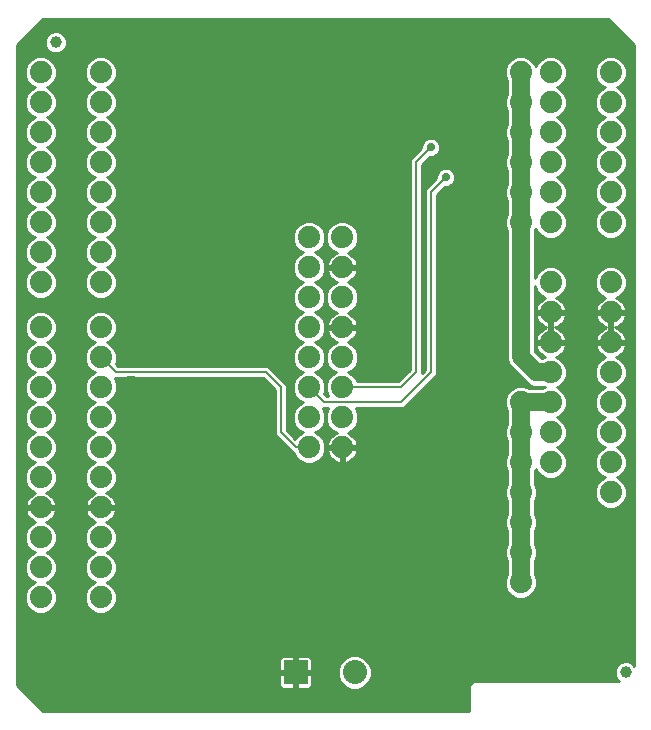
<source format=gtl>
G75*
%MOIN*%
%OFA0B0*%
%FSLAX25Y25*%
%IPPOS*%
%LPD*%
%AMOC8*
5,1,8,0,0,1.08239X$1,22.5*
%
%ADD10C,0.07400*%
%ADD11C,0.03937*%
%ADD12R,0.08000X0.08000*%
%ADD13C,0.08000*%
%ADD14C,0.01000*%
%ADD15C,0.06000*%
%ADD16C,0.00600*%
%ADD17C,0.02900*%
D10*
X0015000Y0102524D03*
X0015000Y0112524D03*
X0015000Y0122524D03*
X0015000Y0132524D03*
X0015000Y0142524D03*
X0015000Y0152524D03*
X0015000Y0162524D03*
X0015000Y0172524D03*
X0015000Y0182524D03*
X0015000Y0192524D03*
X0015000Y0207524D03*
X0015000Y0217524D03*
X0015000Y0227524D03*
X0015000Y0237524D03*
X0015000Y0247524D03*
X0015000Y0257524D03*
X0015000Y0267524D03*
X0015000Y0277524D03*
X0035000Y0277524D03*
X0035000Y0267524D03*
X0035000Y0257524D03*
X0045000Y0257524D03*
X0045000Y0267524D03*
X0045000Y0277524D03*
X0045000Y0247524D03*
X0045000Y0237524D03*
X0045000Y0227524D03*
X0035000Y0227524D03*
X0035000Y0237524D03*
X0035000Y0247524D03*
X0035000Y0217524D03*
X0035000Y0207524D03*
X0045000Y0207524D03*
X0045000Y0217524D03*
X0045000Y0192524D03*
X0045000Y0182524D03*
X0035000Y0182524D03*
X0035000Y0192524D03*
X0035000Y0172524D03*
X0035000Y0162524D03*
X0035000Y0152524D03*
X0045000Y0152524D03*
X0045000Y0162524D03*
X0045000Y0172524D03*
X0045000Y0142524D03*
X0045000Y0132524D03*
X0035000Y0132524D03*
X0035000Y0142524D03*
X0035000Y0122524D03*
X0035000Y0112524D03*
X0035000Y0102524D03*
X0045000Y0102524D03*
X0045000Y0112524D03*
X0045000Y0122524D03*
X0104500Y0152524D03*
X0104500Y0162524D03*
X0104500Y0172524D03*
X0104500Y0182524D03*
X0104500Y0192524D03*
X0104500Y0202524D03*
X0104500Y0212524D03*
X0104500Y0222524D03*
X0115500Y0222524D03*
X0115500Y0212524D03*
X0115500Y0202524D03*
X0115500Y0192524D03*
X0115500Y0182524D03*
X0115500Y0172524D03*
X0115500Y0162524D03*
X0115500Y0152524D03*
X0175000Y0157524D03*
X0175000Y0147524D03*
X0175000Y0137524D03*
X0175000Y0127524D03*
X0175000Y0117524D03*
X0175000Y0107524D03*
X0185000Y0147524D03*
X0185000Y0157524D03*
X0185000Y0167524D03*
X0185000Y0177524D03*
X0185000Y0187524D03*
X0185000Y0197524D03*
X0185000Y0207524D03*
X0185000Y0227524D03*
X0185000Y0237524D03*
X0185000Y0247524D03*
X0185000Y0257524D03*
X0185000Y0267524D03*
X0185000Y0277524D03*
X0175000Y0277524D03*
X0175000Y0267524D03*
X0175000Y0257524D03*
X0175000Y0247524D03*
X0175000Y0237524D03*
X0175000Y0227524D03*
X0205000Y0227524D03*
X0205000Y0237524D03*
X0205000Y0247524D03*
X0205000Y0257524D03*
X0205000Y0267524D03*
X0205000Y0277524D03*
X0205000Y0207524D03*
X0205000Y0197524D03*
X0205000Y0187524D03*
X0205000Y0177524D03*
X0205000Y0167524D03*
X0205000Y0157524D03*
X0205000Y0147524D03*
X0205000Y0137524D03*
X0175000Y0167524D03*
D11*
X0210000Y0077524D03*
X0020000Y0287524D03*
D12*
X0100000Y0077524D03*
D13*
X0119685Y0077524D03*
D14*
X0015870Y0064624D02*
X0007100Y0073393D01*
X0007100Y0286654D01*
X0015870Y0295424D01*
X0204130Y0295424D01*
X0212900Y0286654D01*
X0212900Y0079812D01*
X0212078Y0080634D01*
X0210730Y0081192D01*
X0209270Y0081192D01*
X0207922Y0080634D01*
X0206890Y0079602D01*
X0206331Y0078253D01*
X0206331Y0076794D01*
X0206890Y0075446D01*
X0207712Y0074624D01*
X0159130Y0074624D01*
X0157900Y0073393D01*
X0157900Y0064624D01*
X0015870Y0064624D01*
X0014974Y0065519D02*
X0157900Y0065519D01*
X0157900Y0066518D02*
X0013976Y0066518D01*
X0012977Y0067516D02*
X0157900Y0067516D01*
X0157900Y0068515D02*
X0011979Y0068515D01*
X0010980Y0069513D02*
X0157900Y0069513D01*
X0157900Y0070512D02*
X0009982Y0070512D01*
X0008983Y0071510D02*
X0157900Y0071510D01*
X0157900Y0072509D02*
X0122473Y0072509D01*
X0122914Y0072691D02*
X0124517Y0074295D01*
X0125385Y0076390D01*
X0125385Y0078657D01*
X0124517Y0080752D01*
X0122914Y0082356D01*
X0120819Y0083224D01*
X0118551Y0083224D01*
X0116456Y0082356D01*
X0114853Y0080752D01*
X0113985Y0078657D01*
X0113985Y0076390D01*
X0114853Y0074295D01*
X0116456Y0072691D01*
X0118551Y0071824D01*
X0120819Y0071824D01*
X0122914Y0072691D01*
X0123730Y0073507D02*
X0158014Y0073507D01*
X0159012Y0074506D02*
X0124605Y0074506D01*
X0125018Y0075504D02*
X0206866Y0075504D01*
X0206452Y0076503D02*
X0125385Y0076503D01*
X0125385Y0077501D02*
X0206331Y0077501D01*
X0206434Y0078500D02*
X0125385Y0078500D01*
X0125037Y0079498D02*
X0206847Y0079498D01*
X0207785Y0080497D02*
X0124623Y0080497D01*
X0123774Y0081495D02*
X0212900Y0081495D01*
X0212900Y0080497D02*
X0212215Y0080497D01*
X0212900Y0082494D02*
X0122581Y0082494D01*
X0116789Y0082494D02*
X0105151Y0082494D01*
X0105200Y0082445D02*
X0104921Y0082724D01*
X0104579Y0082921D01*
X0104197Y0083024D01*
X0100500Y0083024D01*
X0100500Y0078024D01*
X0099500Y0078024D01*
X0099500Y0083024D01*
X0095803Y0083024D01*
X0095421Y0082921D01*
X0095079Y0082724D01*
X0094800Y0082445D01*
X0094602Y0082103D01*
X0094500Y0081721D01*
X0094500Y0078024D01*
X0099500Y0078024D01*
X0099500Y0077024D01*
X0094500Y0077024D01*
X0094500Y0073326D01*
X0094602Y0072945D01*
X0094800Y0072603D01*
X0095079Y0072323D01*
X0095421Y0072126D01*
X0095803Y0072024D01*
X0099500Y0072024D01*
X0099500Y0077024D01*
X0100500Y0077024D01*
X0100500Y0078024D01*
X0105500Y0078024D01*
X0105500Y0081721D01*
X0105398Y0082103D01*
X0105200Y0082445D01*
X0105500Y0081495D02*
X0115596Y0081495D01*
X0114747Y0080497D02*
X0105500Y0080497D01*
X0105500Y0079498D02*
X0114333Y0079498D01*
X0113985Y0078500D02*
X0105500Y0078500D01*
X0105500Y0077024D02*
X0100500Y0077024D01*
X0100500Y0072024D01*
X0104197Y0072024D01*
X0104579Y0072126D01*
X0104921Y0072323D01*
X0105200Y0072603D01*
X0105398Y0072945D01*
X0105500Y0073326D01*
X0105500Y0077024D01*
X0105500Y0076503D02*
X0113985Y0076503D01*
X0113985Y0077501D02*
X0100500Y0077501D01*
X0100500Y0076503D02*
X0099500Y0076503D01*
X0099500Y0077501D02*
X0007100Y0077501D01*
X0007100Y0076503D02*
X0094500Y0076503D01*
X0094500Y0075504D02*
X0007100Y0075504D01*
X0007100Y0074506D02*
X0094500Y0074506D01*
X0094500Y0073507D02*
X0007100Y0073507D01*
X0007985Y0072509D02*
X0094894Y0072509D01*
X0099500Y0072509D02*
X0100500Y0072509D01*
X0100500Y0073507D02*
X0099500Y0073507D01*
X0099500Y0074506D02*
X0100500Y0074506D01*
X0100500Y0075504D02*
X0099500Y0075504D01*
X0099500Y0078500D02*
X0100500Y0078500D01*
X0100500Y0079498D02*
X0099500Y0079498D01*
X0099500Y0080497D02*
X0100500Y0080497D01*
X0100500Y0081495D02*
X0099500Y0081495D01*
X0099500Y0082494D02*
X0100500Y0082494D01*
X0105500Y0075504D02*
X0114352Y0075504D01*
X0114765Y0074506D02*
X0105500Y0074506D01*
X0105500Y0073507D02*
X0115640Y0073507D01*
X0116897Y0072509D02*
X0105106Y0072509D01*
X0094500Y0078500D02*
X0007100Y0078500D01*
X0007100Y0079498D02*
X0094500Y0079498D01*
X0094500Y0080497D02*
X0007100Y0080497D01*
X0007100Y0081495D02*
X0094500Y0081495D01*
X0094849Y0082494D02*
X0007100Y0082494D01*
X0007100Y0083492D02*
X0212900Y0083492D01*
X0212900Y0084491D02*
X0007100Y0084491D01*
X0007100Y0085489D02*
X0212900Y0085489D01*
X0212900Y0086488D02*
X0007100Y0086488D01*
X0007100Y0087486D02*
X0212900Y0087486D01*
X0212900Y0088485D02*
X0007100Y0088485D01*
X0007100Y0089483D02*
X0212900Y0089483D01*
X0212900Y0090482D02*
X0007100Y0090482D01*
X0007100Y0091480D02*
X0212900Y0091480D01*
X0212900Y0092479D02*
X0007100Y0092479D01*
X0007100Y0093477D02*
X0212900Y0093477D01*
X0212900Y0094476D02*
X0007100Y0094476D01*
X0007100Y0095474D02*
X0212900Y0095474D01*
X0212900Y0096473D02*
X0007100Y0096473D01*
X0007100Y0097472D02*
X0013086Y0097472D01*
X0013926Y0097124D02*
X0016074Y0097124D01*
X0018059Y0097946D01*
X0019578Y0099465D01*
X0020400Y0101449D01*
X0020400Y0103598D01*
X0019578Y0105582D01*
X0018059Y0107102D01*
X0017040Y0107524D01*
X0018059Y0107946D01*
X0019578Y0109465D01*
X0020400Y0111449D01*
X0020400Y0113598D01*
X0019578Y0115582D01*
X0018059Y0117102D01*
X0017040Y0117524D01*
X0018059Y0117946D01*
X0019578Y0119465D01*
X0020400Y0121449D01*
X0020400Y0123598D01*
X0019578Y0125582D01*
X0018059Y0127102D01*
X0016776Y0127633D01*
X0016996Y0127705D01*
X0017725Y0128076D01*
X0018388Y0128557D01*
X0018966Y0129136D01*
X0019447Y0129798D01*
X0019819Y0130528D01*
X0020072Y0131306D01*
X0020186Y0132024D01*
X0015500Y0132024D01*
X0015500Y0133024D01*
X0020186Y0133024D01*
X0020072Y0133741D01*
X0019819Y0134520D01*
X0019447Y0135249D01*
X0018966Y0135911D01*
X0018388Y0136490D01*
X0017725Y0136971D01*
X0016996Y0137343D01*
X0016776Y0137414D01*
X0018059Y0137946D01*
X0019578Y0139465D01*
X0020400Y0141449D01*
X0020400Y0143598D01*
X0019578Y0145582D01*
X0018059Y0147102D01*
X0017040Y0147524D01*
X0018059Y0147946D01*
X0019578Y0149465D01*
X0020400Y0151449D01*
X0020400Y0153598D01*
X0019578Y0155582D01*
X0018059Y0157102D01*
X0017040Y0157524D01*
X0018059Y0157946D01*
X0019578Y0159465D01*
X0020400Y0161449D01*
X0020400Y0163598D01*
X0019578Y0165582D01*
X0018059Y0167102D01*
X0017040Y0167524D01*
X0018059Y0167946D01*
X0019578Y0169465D01*
X0020400Y0171449D01*
X0020400Y0173598D01*
X0019578Y0175582D01*
X0018059Y0177102D01*
X0017040Y0177524D01*
X0018059Y0177946D01*
X0019578Y0179465D01*
X0020400Y0181449D01*
X0020400Y0183598D01*
X0019578Y0185582D01*
X0018059Y0187102D01*
X0017040Y0187524D01*
X0018059Y0187946D01*
X0019578Y0189465D01*
X0020400Y0191449D01*
X0020400Y0193598D01*
X0019578Y0195582D01*
X0018059Y0197102D01*
X0016074Y0197924D01*
X0013926Y0197924D01*
X0011941Y0197102D01*
X0010422Y0195582D01*
X0009600Y0193598D01*
X0009600Y0191449D01*
X0010422Y0189465D01*
X0011941Y0187946D01*
X0012960Y0187524D01*
X0011941Y0187102D01*
X0010422Y0185582D01*
X0009600Y0183598D01*
X0009600Y0181449D01*
X0010422Y0179465D01*
X0011941Y0177946D01*
X0012960Y0177524D01*
X0011941Y0177102D01*
X0010422Y0175582D01*
X0009600Y0173598D01*
X0009600Y0171449D01*
X0010422Y0169465D01*
X0011941Y0167946D01*
X0012960Y0167524D01*
X0011941Y0167102D01*
X0010422Y0165582D01*
X0009600Y0163598D01*
X0009600Y0161449D01*
X0010422Y0159465D01*
X0011941Y0157946D01*
X0012960Y0157524D01*
X0011941Y0157102D01*
X0010422Y0155582D01*
X0009600Y0153598D01*
X0009600Y0151449D01*
X0010422Y0149465D01*
X0011941Y0147946D01*
X0012960Y0147524D01*
X0011941Y0147102D01*
X0010422Y0145582D01*
X0009600Y0143598D01*
X0009600Y0141449D01*
X0010422Y0139465D01*
X0011941Y0137946D01*
X0013224Y0137414D01*
X0013004Y0137343D01*
X0012275Y0136971D01*
X0011612Y0136490D01*
X0011034Y0135911D01*
X0010553Y0135249D01*
X0010181Y0134520D01*
X0009928Y0133741D01*
X0009814Y0133024D01*
X0014500Y0133024D01*
X0014500Y0132024D01*
X0009814Y0132024D01*
X0009928Y0131306D01*
X0010181Y0130528D01*
X0010553Y0129798D01*
X0011034Y0129136D01*
X0011612Y0128557D01*
X0012275Y0128076D01*
X0013004Y0127705D01*
X0013224Y0127633D01*
X0011941Y0127102D01*
X0010422Y0125582D01*
X0009600Y0123598D01*
X0009600Y0121449D01*
X0010422Y0119465D01*
X0011941Y0117946D01*
X0012960Y0117524D01*
X0011941Y0117102D01*
X0010422Y0115582D01*
X0009600Y0113598D01*
X0009600Y0111449D01*
X0010422Y0109465D01*
X0011941Y0107946D01*
X0012960Y0107524D01*
X0011941Y0107102D01*
X0010422Y0105582D01*
X0009600Y0103598D01*
X0009600Y0101449D01*
X0010422Y0099465D01*
X0011941Y0097946D01*
X0013926Y0097124D01*
X0011417Y0098470D02*
X0007100Y0098470D01*
X0007100Y0099469D02*
X0010421Y0099469D01*
X0010007Y0100467D02*
X0007100Y0100467D01*
X0007100Y0101466D02*
X0009600Y0101466D01*
X0009600Y0102464D02*
X0007100Y0102464D01*
X0007100Y0103463D02*
X0009600Y0103463D01*
X0009958Y0104461D02*
X0007100Y0104461D01*
X0007100Y0105460D02*
X0010371Y0105460D01*
X0011298Y0106458D02*
X0007100Y0106458D01*
X0007100Y0107457D02*
X0012798Y0107457D01*
X0011432Y0108455D02*
X0007100Y0108455D01*
X0007100Y0109454D02*
X0010433Y0109454D01*
X0010013Y0110452D02*
X0007100Y0110452D01*
X0007100Y0111451D02*
X0009600Y0111451D01*
X0009600Y0112449D02*
X0007100Y0112449D01*
X0007100Y0113448D02*
X0009600Y0113448D01*
X0009951Y0114446D02*
X0007100Y0114446D01*
X0007100Y0115445D02*
X0010365Y0115445D01*
X0011283Y0116443D02*
X0007100Y0116443D01*
X0007100Y0117442D02*
X0012763Y0117442D01*
X0011447Y0118440D02*
X0007100Y0118440D01*
X0007100Y0119439D02*
X0010448Y0119439D01*
X0010019Y0120437D02*
X0007100Y0120437D01*
X0007100Y0121436D02*
X0009606Y0121436D01*
X0009600Y0122434D02*
X0007100Y0122434D01*
X0007100Y0123433D02*
X0009600Y0123433D01*
X0009945Y0124431D02*
X0007100Y0124431D01*
X0007100Y0125430D02*
X0010359Y0125430D01*
X0011268Y0126428D02*
X0007100Y0126428D01*
X0007100Y0127427D02*
X0012727Y0127427D01*
X0011794Y0128425D02*
X0007100Y0128425D01*
X0007100Y0129424D02*
X0010825Y0129424D01*
X0010235Y0130422D02*
X0007100Y0130422D01*
X0007100Y0131421D02*
X0009910Y0131421D01*
X0009877Y0133418D02*
X0007100Y0133418D01*
X0007100Y0134416D02*
X0010147Y0134416D01*
X0010673Y0135415D02*
X0007100Y0135415D01*
X0007100Y0136413D02*
X0011536Y0136413D01*
X0013217Y0137412D02*
X0007100Y0137412D01*
X0007100Y0138410D02*
X0011476Y0138410D01*
X0010478Y0139409D02*
X0007100Y0139409D01*
X0007100Y0140408D02*
X0010032Y0140408D01*
X0009618Y0141406D02*
X0007100Y0141406D01*
X0007100Y0142405D02*
X0009600Y0142405D01*
X0009600Y0143403D02*
X0007100Y0143403D01*
X0007100Y0144402D02*
X0009933Y0144402D01*
X0010347Y0145400D02*
X0007100Y0145400D01*
X0007100Y0146399D02*
X0011238Y0146399D01*
X0012655Y0147397D02*
X0007100Y0147397D01*
X0007100Y0148396D02*
X0011491Y0148396D01*
X0010493Y0149394D02*
X0007100Y0149394D01*
X0007100Y0150393D02*
X0010038Y0150393D01*
X0009624Y0151391D02*
X0007100Y0151391D01*
X0007100Y0152390D02*
X0009600Y0152390D01*
X0009600Y0153388D02*
X0007100Y0153388D01*
X0007100Y0154387D02*
X0009927Y0154387D01*
X0010340Y0155385D02*
X0007100Y0155385D01*
X0007100Y0156384D02*
X0011223Y0156384D01*
X0012619Y0157382D02*
X0007100Y0157382D01*
X0007100Y0158381D02*
X0011506Y0158381D01*
X0010508Y0159379D02*
X0007100Y0159379D01*
X0007100Y0160378D02*
X0010044Y0160378D01*
X0009630Y0161376D02*
X0007100Y0161376D01*
X0007100Y0162375D02*
X0009600Y0162375D01*
X0009600Y0163373D02*
X0007100Y0163373D01*
X0007100Y0164372D02*
X0009921Y0164372D01*
X0010334Y0165370D02*
X0007100Y0165370D01*
X0007100Y0166369D02*
X0011208Y0166369D01*
X0012583Y0167367D02*
X0007100Y0167367D01*
X0007100Y0168366D02*
X0011521Y0168366D01*
X0010523Y0169364D02*
X0007100Y0169364D01*
X0007100Y0170363D02*
X0010050Y0170363D01*
X0009637Y0171361D02*
X0007100Y0171361D01*
X0007100Y0172360D02*
X0009600Y0172360D01*
X0009600Y0173358D02*
X0007100Y0173358D01*
X0007100Y0174357D02*
X0009914Y0174357D01*
X0010328Y0175355D02*
X0007100Y0175355D01*
X0007100Y0176354D02*
X0011194Y0176354D01*
X0012547Y0177352D02*
X0007100Y0177352D01*
X0007100Y0178351D02*
X0011536Y0178351D01*
X0010537Y0179349D02*
X0007100Y0179349D01*
X0007100Y0180348D02*
X0010056Y0180348D01*
X0009643Y0181346D02*
X0007100Y0181346D01*
X0007100Y0182345D02*
X0009600Y0182345D01*
X0009600Y0183343D02*
X0007100Y0183343D01*
X0007100Y0184342D02*
X0009908Y0184342D01*
X0010322Y0185341D02*
X0007100Y0185341D01*
X0007100Y0186339D02*
X0011179Y0186339D01*
X0012511Y0187338D02*
X0007100Y0187338D01*
X0007100Y0188336D02*
X0011551Y0188336D01*
X0010552Y0189335D02*
X0007100Y0189335D01*
X0007100Y0190333D02*
X0010062Y0190333D01*
X0009649Y0191332D02*
X0007100Y0191332D01*
X0007100Y0192330D02*
X0009600Y0192330D01*
X0009600Y0193329D02*
X0007100Y0193329D01*
X0007100Y0194327D02*
X0009902Y0194327D01*
X0010316Y0195326D02*
X0007100Y0195326D01*
X0007100Y0196324D02*
X0011164Y0196324D01*
X0012475Y0197323D02*
X0007100Y0197323D01*
X0007100Y0198321D02*
X0101066Y0198321D01*
X0101441Y0197946D02*
X0102460Y0197524D01*
X0101441Y0197102D01*
X0099922Y0195582D01*
X0099100Y0193598D01*
X0099100Y0191449D01*
X0099922Y0189465D01*
X0101441Y0187946D01*
X0102460Y0187524D01*
X0101441Y0187102D01*
X0099922Y0185582D01*
X0099100Y0183598D01*
X0099100Y0181449D01*
X0099922Y0179465D01*
X0101441Y0177946D01*
X0102460Y0177524D01*
X0101441Y0177102D01*
X0099922Y0175582D01*
X0099100Y0173598D01*
X0099100Y0171449D01*
X0099922Y0169465D01*
X0101441Y0167946D01*
X0102460Y0167524D01*
X0101441Y0167102D01*
X0099922Y0165582D01*
X0099100Y0163598D01*
X0099100Y0161449D01*
X0099922Y0159465D01*
X0101441Y0157946D01*
X0102460Y0157524D01*
X0101441Y0157102D01*
X0099922Y0155582D01*
X0099877Y0155475D01*
X0097000Y0158352D01*
X0097000Y0173352D01*
X0095828Y0174524D01*
X0090828Y0179524D01*
X0040828Y0179524D01*
X0039961Y0180391D01*
X0040400Y0181449D01*
X0040400Y0183598D01*
X0039578Y0185582D01*
X0038059Y0187102D01*
X0037040Y0187524D01*
X0038059Y0187946D01*
X0039578Y0189465D01*
X0040400Y0191449D01*
X0040400Y0193598D01*
X0039578Y0195582D01*
X0038059Y0197102D01*
X0036074Y0197924D01*
X0033926Y0197924D01*
X0031941Y0197102D01*
X0030422Y0195582D01*
X0029600Y0193598D01*
X0029600Y0191449D01*
X0030422Y0189465D01*
X0031941Y0187946D01*
X0032960Y0187524D01*
X0031941Y0187102D01*
X0030422Y0185582D01*
X0029600Y0183598D01*
X0029600Y0181449D01*
X0030422Y0179465D01*
X0031941Y0177946D01*
X0032960Y0177524D01*
X0031941Y0177102D01*
X0030422Y0175582D01*
X0029600Y0173598D01*
X0029600Y0171449D01*
X0030422Y0169465D01*
X0031941Y0167946D01*
X0032960Y0167524D01*
X0031941Y0167102D01*
X0030422Y0165582D01*
X0029600Y0163598D01*
X0029600Y0161449D01*
X0030422Y0159465D01*
X0031941Y0157946D01*
X0032960Y0157524D01*
X0031941Y0157102D01*
X0030422Y0155582D01*
X0029600Y0153598D01*
X0029600Y0151449D01*
X0030422Y0149465D01*
X0031941Y0147946D01*
X0032960Y0147524D01*
X0031941Y0147102D01*
X0030422Y0145582D01*
X0029600Y0143598D01*
X0029600Y0141449D01*
X0030422Y0139465D01*
X0031941Y0137946D01*
X0033224Y0137414D01*
X0033004Y0137343D01*
X0032275Y0136971D01*
X0031612Y0136490D01*
X0031034Y0135911D01*
X0030553Y0135249D01*
X0030181Y0134520D01*
X0029928Y0133741D01*
X0029814Y0133024D01*
X0034500Y0133024D01*
X0034500Y0132024D01*
X0029814Y0132024D01*
X0029928Y0131306D01*
X0030181Y0130528D01*
X0030553Y0129798D01*
X0031034Y0129136D01*
X0031612Y0128557D01*
X0032275Y0128076D01*
X0033004Y0127705D01*
X0033224Y0127633D01*
X0031941Y0127102D01*
X0030422Y0125582D01*
X0029600Y0123598D01*
X0029600Y0121449D01*
X0030422Y0119465D01*
X0031941Y0117946D01*
X0032960Y0117524D01*
X0031941Y0117102D01*
X0030422Y0115582D01*
X0029600Y0113598D01*
X0029600Y0111449D01*
X0030422Y0109465D01*
X0031941Y0107946D01*
X0032960Y0107524D01*
X0031941Y0107102D01*
X0030422Y0105582D01*
X0029600Y0103598D01*
X0029600Y0101449D01*
X0030422Y0099465D01*
X0031941Y0097946D01*
X0033926Y0097124D01*
X0036074Y0097124D01*
X0038059Y0097946D01*
X0039578Y0099465D01*
X0040400Y0101449D01*
X0040400Y0103598D01*
X0039578Y0105582D01*
X0038059Y0107102D01*
X0037040Y0107524D01*
X0038059Y0107946D01*
X0039578Y0109465D01*
X0040400Y0111449D01*
X0040400Y0113598D01*
X0039578Y0115582D01*
X0038059Y0117102D01*
X0037040Y0117524D01*
X0038059Y0117946D01*
X0039578Y0119465D01*
X0040400Y0121449D01*
X0040400Y0123598D01*
X0039578Y0125582D01*
X0038059Y0127102D01*
X0036776Y0127633D01*
X0036996Y0127705D01*
X0037725Y0128076D01*
X0038388Y0128557D01*
X0038966Y0129136D01*
X0039447Y0129798D01*
X0039819Y0130528D01*
X0040072Y0131306D01*
X0040186Y0132024D01*
X0035500Y0132024D01*
X0035500Y0133024D01*
X0040186Y0133024D01*
X0040072Y0133741D01*
X0039819Y0134520D01*
X0039447Y0135249D01*
X0038966Y0135911D01*
X0038388Y0136490D01*
X0037725Y0136971D01*
X0036996Y0137343D01*
X0036776Y0137414D01*
X0038059Y0137946D01*
X0039578Y0139465D01*
X0040400Y0141449D01*
X0040400Y0143598D01*
X0039578Y0145582D01*
X0038059Y0147102D01*
X0037040Y0147524D01*
X0038059Y0147946D01*
X0039578Y0149465D01*
X0040400Y0151449D01*
X0040400Y0153598D01*
X0039578Y0155582D01*
X0038059Y0157102D01*
X0037040Y0157524D01*
X0038059Y0157946D01*
X0039578Y0159465D01*
X0040400Y0161449D01*
X0040400Y0163598D01*
X0039578Y0165582D01*
X0038059Y0167102D01*
X0037040Y0167524D01*
X0038059Y0167946D01*
X0039578Y0169465D01*
X0040400Y0171449D01*
X0040400Y0173598D01*
X0039602Y0175524D01*
X0089172Y0175524D01*
X0093000Y0171695D01*
X0093000Y0156695D01*
X0098000Y0151695D01*
X0099172Y0150524D01*
X0099484Y0150524D01*
X0099922Y0149465D01*
X0101441Y0147946D01*
X0103426Y0147124D01*
X0105574Y0147124D01*
X0107559Y0147946D01*
X0109078Y0149465D01*
X0109900Y0151449D01*
X0109900Y0153598D01*
X0109078Y0155582D01*
X0107559Y0157102D01*
X0106540Y0157524D01*
X0107559Y0157946D01*
X0109078Y0159465D01*
X0109900Y0161449D01*
X0109900Y0163598D01*
X0109102Y0165524D01*
X0110898Y0165524D01*
X0110100Y0163598D01*
X0110100Y0161449D01*
X0110922Y0159465D01*
X0112441Y0157946D01*
X0113724Y0157414D01*
X0113504Y0157343D01*
X0112775Y0156971D01*
X0112112Y0156490D01*
X0111534Y0155911D01*
X0111053Y0155249D01*
X0110681Y0154520D01*
X0110428Y0153741D01*
X0110314Y0153024D01*
X0115000Y0153024D01*
X0115000Y0152024D01*
X0110314Y0152024D01*
X0110428Y0151306D01*
X0110681Y0150528D01*
X0111053Y0149798D01*
X0111534Y0149136D01*
X0112112Y0148557D01*
X0112775Y0148076D01*
X0113504Y0147705D01*
X0114282Y0147452D01*
X0115000Y0147338D01*
X0115000Y0152024D01*
X0116000Y0152024D01*
X0116000Y0153024D01*
X0120686Y0153024D01*
X0120572Y0153741D01*
X0120319Y0154520D01*
X0119947Y0155249D01*
X0119466Y0155911D01*
X0118888Y0156490D01*
X0118225Y0156971D01*
X0117496Y0157343D01*
X0117276Y0157414D01*
X0118559Y0157946D01*
X0120078Y0159465D01*
X0120900Y0161449D01*
X0120900Y0163598D01*
X0120102Y0165524D01*
X0135828Y0165524D01*
X0137000Y0166695D01*
X0147000Y0176695D01*
X0147000Y0236695D01*
X0149678Y0239374D01*
X0150627Y0239374D01*
X0151784Y0239853D01*
X0152670Y0240739D01*
X0153150Y0241897D01*
X0153150Y0243150D01*
X0152670Y0244308D01*
X0151784Y0245194D01*
X0150627Y0245674D01*
X0149373Y0245674D01*
X0148216Y0245194D01*
X0147330Y0244308D01*
X0146850Y0243150D01*
X0146850Y0242202D01*
X0144172Y0239524D01*
X0143000Y0238352D01*
X0143000Y0178352D01*
X0142000Y0177352D01*
X0142000Y0246695D01*
X0144678Y0249374D01*
X0145627Y0249374D01*
X0146784Y0249853D01*
X0147670Y0250739D01*
X0148150Y0251897D01*
X0148150Y0253150D01*
X0147670Y0254308D01*
X0146784Y0255194D01*
X0145627Y0255674D01*
X0144373Y0255674D01*
X0143216Y0255194D01*
X0142330Y0254308D01*
X0141850Y0253150D01*
X0141850Y0252202D01*
X0139172Y0249524D01*
X0138000Y0248352D01*
X0138000Y0178352D01*
X0134172Y0174524D01*
X0120516Y0174524D01*
X0120078Y0175582D01*
X0118559Y0177102D01*
X0117540Y0177524D01*
X0118559Y0177946D01*
X0120078Y0179465D01*
X0120900Y0181449D01*
X0120900Y0183598D01*
X0120078Y0185582D01*
X0118559Y0187102D01*
X0117276Y0187633D01*
X0117496Y0187705D01*
X0118225Y0188076D01*
X0118888Y0188557D01*
X0119466Y0189136D01*
X0119947Y0189798D01*
X0120319Y0190528D01*
X0120572Y0191306D01*
X0120686Y0192024D01*
X0116000Y0192024D01*
X0116000Y0193024D01*
X0120686Y0193024D01*
X0120572Y0193741D01*
X0120319Y0194520D01*
X0119947Y0195249D01*
X0119466Y0195911D01*
X0118888Y0196490D01*
X0118225Y0196971D01*
X0117496Y0197343D01*
X0117276Y0197414D01*
X0118559Y0197946D01*
X0120078Y0199465D01*
X0120900Y0201449D01*
X0120900Y0203598D01*
X0120078Y0205582D01*
X0118559Y0207102D01*
X0117276Y0207633D01*
X0117496Y0207705D01*
X0118225Y0208076D01*
X0118888Y0208557D01*
X0119466Y0209136D01*
X0119947Y0209798D01*
X0120319Y0210528D01*
X0120572Y0211306D01*
X0120686Y0212024D01*
X0116000Y0212024D01*
X0116000Y0213024D01*
X0120686Y0213024D01*
X0120572Y0213741D01*
X0120319Y0214520D01*
X0119947Y0215249D01*
X0119466Y0215911D01*
X0118888Y0216490D01*
X0118225Y0216971D01*
X0117496Y0217343D01*
X0117276Y0217414D01*
X0118559Y0217946D01*
X0120078Y0219465D01*
X0120900Y0221449D01*
X0120900Y0223598D01*
X0120078Y0225582D01*
X0118559Y0227102D01*
X0116574Y0227924D01*
X0114426Y0227924D01*
X0112441Y0227102D01*
X0110922Y0225582D01*
X0110100Y0223598D01*
X0110100Y0221449D01*
X0110922Y0219465D01*
X0112441Y0217946D01*
X0113724Y0217414D01*
X0113504Y0217343D01*
X0112775Y0216971D01*
X0112112Y0216490D01*
X0111534Y0215911D01*
X0111053Y0215249D01*
X0110681Y0214520D01*
X0110428Y0213741D01*
X0110314Y0213024D01*
X0115000Y0213024D01*
X0115000Y0212024D01*
X0110314Y0212024D01*
X0110428Y0211306D01*
X0110681Y0210528D01*
X0111053Y0209798D01*
X0111534Y0209136D01*
X0112112Y0208557D01*
X0112775Y0208076D01*
X0113504Y0207705D01*
X0113724Y0207633D01*
X0112441Y0207102D01*
X0110922Y0205582D01*
X0110100Y0203598D01*
X0110100Y0201449D01*
X0110922Y0199465D01*
X0112441Y0197946D01*
X0113724Y0197414D01*
X0113504Y0197343D01*
X0112775Y0196971D01*
X0112112Y0196490D01*
X0111534Y0195911D01*
X0111053Y0195249D01*
X0110681Y0194520D01*
X0110428Y0193741D01*
X0110314Y0193024D01*
X0115000Y0193024D01*
X0115000Y0192024D01*
X0110314Y0192024D01*
X0110428Y0191306D01*
X0110681Y0190528D01*
X0111053Y0189798D01*
X0111534Y0189136D01*
X0112112Y0188557D01*
X0112775Y0188076D01*
X0113504Y0187705D01*
X0113724Y0187633D01*
X0112441Y0187102D01*
X0110922Y0185582D01*
X0110100Y0183598D01*
X0110100Y0181449D01*
X0110922Y0179465D01*
X0112441Y0177946D01*
X0113460Y0177524D01*
X0112441Y0177102D01*
X0110922Y0175582D01*
X0110100Y0173598D01*
X0110100Y0171449D01*
X0110898Y0169524D01*
X0110328Y0169524D01*
X0109461Y0170391D01*
X0109900Y0171449D01*
X0109900Y0173598D01*
X0109078Y0175582D01*
X0107559Y0177102D01*
X0106540Y0177524D01*
X0107559Y0177946D01*
X0109078Y0179465D01*
X0109900Y0181449D01*
X0109900Y0183598D01*
X0109078Y0185582D01*
X0107559Y0187102D01*
X0106540Y0187524D01*
X0107559Y0187946D01*
X0109078Y0189465D01*
X0109900Y0191449D01*
X0109900Y0193598D01*
X0109078Y0195582D01*
X0107559Y0197102D01*
X0106540Y0197524D01*
X0107559Y0197946D01*
X0109078Y0199465D01*
X0109900Y0201449D01*
X0109900Y0203598D01*
X0109078Y0205582D01*
X0107559Y0207102D01*
X0106540Y0207524D01*
X0107559Y0207946D01*
X0109078Y0209465D01*
X0109900Y0211449D01*
X0109900Y0213598D01*
X0109078Y0215582D01*
X0107559Y0217102D01*
X0106540Y0217524D01*
X0107559Y0217946D01*
X0109078Y0219465D01*
X0109900Y0221449D01*
X0109900Y0223598D01*
X0109078Y0225582D01*
X0107559Y0227102D01*
X0105574Y0227924D01*
X0103426Y0227924D01*
X0101441Y0227102D01*
X0099922Y0225582D01*
X0099100Y0223598D01*
X0099100Y0221449D01*
X0099922Y0219465D01*
X0101441Y0217946D01*
X0102460Y0217524D01*
X0101441Y0217102D01*
X0099922Y0215582D01*
X0099100Y0213598D01*
X0099100Y0211449D01*
X0099922Y0209465D01*
X0101441Y0207946D01*
X0102460Y0207524D01*
X0101441Y0207102D01*
X0099922Y0205582D01*
X0099100Y0203598D01*
X0099100Y0201449D01*
X0099922Y0199465D01*
X0101441Y0197946D01*
X0101975Y0197323D02*
X0037525Y0197323D01*
X0038836Y0196324D02*
X0100664Y0196324D01*
X0099816Y0195326D02*
X0039684Y0195326D01*
X0040098Y0194327D02*
X0099402Y0194327D01*
X0099100Y0193329D02*
X0040400Y0193329D01*
X0040400Y0192330D02*
X0099100Y0192330D01*
X0099149Y0191332D02*
X0040351Y0191332D01*
X0039938Y0190333D02*
X0099562Y0190333D01*
X0100052Y0189335D02*
X0039448Y0189335D01*
X0038449Y0188336D02*
X0101051Y0188336D01*
X0102011Y0187338D02*
X0037489Y0187338D01*
X0038821Y0186339D02*
X0100679Y0186339D01*
X0099822Y0185341D02*
X0039678Y0185341D01*
X0040092Y0184342D02*
X0099408Y0184342D01*
X0099100Y0183343D02*
X0040400Y0183343D01*
X0040400Y0182345D02*
X0099100Y0182345D01*
X0099143Y0181346D02*
X0040357Y0181346D01*
X0040004Y0180348D02*
X0099556Y0180348D01*
X0100037Y0179349D02*
X0091003Y0179349D01*
X0092001Y0178351D02*
X0101036Y0178351D01*
X0102047Y0177352D02*
X0093000Y0177352D01*
X0093998Y0176354D02*
X0100694Y0176354D01*
X0099828Y0175355D02*
X0094997Y0175355D01*
X0095995Y0174357D02*
X0099414Y0174357D01*
X0099100Y0173358D02*
X0096994Y0173358D01*
X0097000Y0172360D02*
X0099100Y0172360D01*
X0099137Y0171361D02*
X0097000Y0171361D01*
X0097000Y0170363D02*
X0099550Y0170363D01*
X0100023Y0169364D02*
X0097000Y0169364D01*
X0097000Y0168366D02*
X0101021Y0168366D01*
X0102083Y0167367D02*
X0097000Y0167367D01*
X0097000Y0166369D02*
X0100708Y0166369D01*
X0099834Y0165370D02*
X0097000Y0165370D01*
X0097000Y0164372D02*
X0099421Y0164372D01*
X0099100Y0163373D02*
X0097000Y0163373D01*
X0097000Y0162375D02*
X0099100Y0162375D01*
X0099130Y0161376D02*
X0097000Y0161376D01*
X0097000Y0160378D02*
X0099544Y0160378D01*
X0100008Y0159379D02*
X0097000Y0159379D01*
X0097000Y0158381D02*
X0101006Y0158381D01*
X0102119Y0157382D02*
X0097970Y0157382D01*
X0098968Y0156384D02*
X0100723Y0156384D01*
X0097306Y0152390D02*
X0040400Y0152390D01*
X0040400Y0153388D02*
X0096307Y0153388D01*
X0095309Y0154387D02*
X0040073Y0154387D01*
X0039660Y0155385D02*
X0094310Y0155385D01*
X0093312Y0156384D02*
X0038777Y0156384D01*
X0037381Y0157382D02*
X0093000Y0157382D01*
X0093000Y0158381D02*
X0038494Y0158381D01*
X0039492Y0159379D02*
X0093000Y0159379D01*
X0093000Y0160378D02*
X0039956Y0160378D01*
X0040370Y0161376D02*
X0093000Y0161376D01*
X0093000Y0162375D02*
X0040400Y0162375D01*
X0040400Y0163373D02*
X0093000Y0163373D01*
X0093000Y0164372D02*
X0040079Y0164372D01*
X0039666Y0165370D02*
X0093000Y0165370D01*
X0093000Y0166369D02*
X0038792Y0166369D01*
X0037417Y0167367D02*
X0093000Y0167367D01*
X0093000Y0168366D02*
X0038479Y0168366D01*
X0039477Y0169364D02*
X0093000Y0169364D01*
X0093000Y0170363D02*
X0039950Y0170363D01*
X0040363Y0171361D02*
X0093000Y0171361D01*
X0092335Y0172360D02*
X0040400Y0172360D01*
X0040400Y0173358D02*
X0091337Y0173358D01*
X0090338Y0174357D02*
X0040086Y0174357D01*
X0039672Y0175355D02*
X0089340Y0175355D01*
X0106953Y0177352D02*
X0113047Y0177352D01*
X0112036Y0178351D02*
X0107964Y0178351D01*
X0108963Y0179349D02*
X0111037Y0179349D01*
X0110556Y0180348D02*
X0109444Y0180348D01*
X0109857Y0181346D02*
X0110143Y0181346D01*
X0110100Y0182345D02*
X0109900Y0182345D01*
X0109900Y0183343D02*
X0110100Y0183343D01*
X0110408Y0184342D02*
X0109592Y0184342D01*
X0109178Y0185341D02*
X0110822Y0185341D01*
X0111679Y0186339D02*
X0108321Y0186339D01*
X0106989Y0187338D02*
X0113011Y0187338D01*
X0112417Y0188336D02*
X0107949Y0188336D01*
X0108948Y0189335D02*
X0111389Y0189335D01*
X0110780Y0190333D02*
X0109438Y0190333D01*
X0109851Y0191332D02*
X0110424Y0191332D01*
X0109900Y0192330D02*
X0115000Y0192330D01*
X0116000Y0192330D02*
X0138000Y0192330D01*
X0138000Y0191332D02*
X0120576Y0191332D01*
X0120220Y0190333D02*
X0138000Y0190333D01*
X0138000Y0189335D02*
X0119611Y0189335D01*
X0118583Y0188336D02*
X0138000Y0188336D01*
X0138000Y0187338D02*
X0117989Y0187338D01*
X0119321Y0186339D02*
X0138000Y0186339D01*
X0138000Y0185341D02*
X0120178Y0185341D01*
X0120592Y0184342D02*
X0138000Y0184342D01*
X0138000Y0183343D02*
X0120900Y0183343D01*
X0120900Y0182345D02*
X0138000Y0182345D01*
X0138000Y0181346D02*
X0120857Y0181346D01*
X0120444Y0180348D02*
X0138000Y0180348D01*
X0138000Y0179349D02*
X0119963Y0179349D01*
X0118964Y0178351D02*
X0137999Y0178351D01*
X0137000Y0177352D02*
X0117953Y0177352D01*
X0119306Y0176354D02*
X0136002Y0176354D01*
X0135003Y0175355D02*
X0120172Y0175355D01*
X0120166Y0165370D02*
X0170047Y0165370D01*
X0170300Y0164760D02*
X0170300Y0160288D01*
X0169600Y0158598D01*
X0169600Y0156449D01*
X0170300Y0154760D01*
X0170300Y0150288D01*
X0169600Y0148598D01*
X0169600Y0146449D01*
X0170300Y0144760D01*
X0170300Y0140288D01*
X0169600Y0138598D01*
X0169600Y0136449D01*
X0170300Y0134760D01*
X0170300Y0130288D01*
X0169600Y0128598D01*
X0169600Y0126449D01*
X0170300Y0124760D01*
X0170300Y0120288D01*
X0169600Y0118598D01*
X0169600Y0116449D01*
X0170300Y0114760D01*
X0170300Y0110288D01*
X0169600Y0108598D01*
X0169600Y0106449D01*
X0170422Y0104465D01*
X0171941Y0102946D01*
X0173926Y0102124D01*
X0176074Y0102124D01*
X0178059Y0102946D01*
X0179578Y0104465D01*
X0180400Y0106449D01*
X0180400Y0108598D01*
X0179700Y0110288D01*
X0179700Y0114760D01*
X0180400Y0116449D01*
X0180400Y0118598D01*
X0179700Y0120288D01*
X0179700Y0124760D01*
X0180400Y0126449D01*
X0180400Y0128598D01*
X0179700Y0130288D01*
X0179700Y0134760D01*
X0180400Y0136449D01*
X0180400Y0138598D01*
X0179700Y0140288D01*
X0179700Y0144760D01*
X0180000Y0145484D01*
X0180422Y0144465D01*
X0181941Y0142946D01*
X0183926Y0142124D01*
X0186074Y0142124D01*
X0188059Y0142946D01*
X0189578Y0144465D01*
X0190400Y0146449D01*
X0190400Y0148598D01*
X0189578Y0150582D01*
X0188059Y0152102D01*
X0187040Y0152524D01*
X0188059Y0152946D01*
X0189578Y0154465D01*
X0190400Y0156449D01*
X0190400Y0158598D01*
X0189578Y0160582D01*
X0188059Y0162102D01*
X0187040Y0162524D01*
X0188059Y0162946D01*
X0189578Y0164465D01*
X0190400Y0166449D01*
X0190400Y0168598D01*
X0189578Y0170582D01*
X0188059Y0172102D01*
X0187040Y0172524D01*
X0188059Y0172946D01*
X0189578Y0174465D01*
X0190400Y0176449D01*
X0190400Y0178598D01*
X0189578Y0180582D01*
X0188059Y0182102D01*
X0186776Y0182633D01*
X0186996Y0182705D01*
X0187725Y0183076D01*
X0188388Y0183557D01*
X0188966Y0184136D01*
X0189447Y0184798D01*
X0189819Y0185528D01*
X0190072Y0186306D01*
X0190186Y0187024D01*
X0185500Y0187024D01*
X0185500Y0188024D01*
X0184500Y0188024D01*
X0184500Y0197024D01*
X0179814Y0197024D01*
X0179928Y0196306D01*
X0180181Y0195528D01*
X0180553Y0194798D01*
X0181034Y0194136D01*
X0181612Y0193557D01*
X0182275Y0193076D01*
X0183004Y0192705D01*
X0183561Y0192524D01*
X0183004Y0192343D01*
X0182275Y0191971D01*
X0181612Y0191490D01*
X0181034Y0190911D01*
X0180553Y0190249D01*
X0180181Y0189520D01*
X0179928Y0188741D01*
X0179814Y0188024D01*
X0184500Y0188024D01*
X0184500Y0187024D01*
X0179814Y0187024D01*
X0179928Y0186306D01*
X0180181Y0185528D01*
X0180553Y0184798D01*
X0181034Y0184136D01*
X0181612Y0183557D01*
X0182275Y0183076D01*
X0183004Y0182705D01*
X0183224Y0182633D01*
X0182236Y0182224D01*
X0181947Y0182224D01*
X0179700Y0184470D01*
X0179700Y0206208D01*
X0180422Y0204465D01*
X0181941Y0202946D01*
X0183224Y0202414D01*
X0183004Y0202343D01*
X0182275Y0201971D01*
X0181612Y0201490D01*
X0181034Y0200911D01*
X0180553Y0200249D01*
X0180181Y0199520D01*
X0179928Y0198741D01*
X0179814Y0198024D01*
X0184500Y0198024D01*
X0184500Y0197024D01*
X0185500Y0197024D01*
X0185500Y0198024D01*
X0190186Y0198024D01*
X0190072Y0198741D01*
X0189819Y0199520D01*
X0189447Y0200249D01*
X0188966Y0200911D01*
X0188388Y0201490D01*
X0187725Y0201971D01*
X0186996Y0202343D01*
X0186776Y0202414D01*
X0188059Y0202946D01*
X0189578Y0204465D01*
X0190400Y0206449D01*
X0190400Y0208598D01*
X0189578Y0210582D01*
X0188059Y0212102D01*
X0186074Y0212924D01*
X0183926Y0212924D01*
X0181941Y0212102D01*
X0180422Y0210582D01*
X0179700Y0208839D01*
X0179700Y0224760D01*
X0180000Y0225484D01*
X0180422Y0224465D01*
X0181941Y0222946D01*
X0183926Y0222124D01*
X0186074Y0222124D01*
X0188059Y0222946D01*
X0189578Y0224465D01*
X0190400Y0226449D01*
X0190400Y0228598D01*
X0189578Y0230582D01*
X0188059Y0232102D01*
X0187040Y0232524D01*
X0188059Y0232946D01*
X0189578Y0234465D01*
X0190400Y0236449D01*
X0190400Y0238598D01*
X0189578Y0240582D01*
X0188059Y0242102D01*
X0187040Y0242524D01*
X0188059Y0242946D01*
X0189578Y0244465D01*
X0190400Y0246449D01*
X0190400Y0248598D01*
X0189578Y0250582D01*
X0188059Y0252102D01*
X0187040Y0252524D01*
X0188059Y0252946D01*
X0189578Y0254465D01*
X0190400Y0256449D01*
X0190400Y0258598D01*
X0189578Y0260582D01*
X0188059Y0262102D01*
X0187040Y0262524D01*
X0188059Y0262946D01*
X0189578Y0264465D01*
X0190400Y0266449D01*
X0190400Y0268598D01*
X0189578Y0270582D01*
X0188059Y0272102D01*
X0187040Y0272524D01*
X0188059Y0272946D01*
X0189578Y0274465D01*
X0190400Y0276449D01*
X0190400Y0278598D01*
X0189578Y0280582D01*
X0188059Y0282102D01*
X0186074Y0282924D01*
X0183926Y0282924D01*
X0181941Y0282102D01*
X0180422Y0280582D01*
X0180000Y0279563D01*
X0179578Y0280582D01*
X0178059Y0282102D01*
X0176074Y0282924D01*
X0173926Y0282924D01*
X0171941Y0282102D01*
X0170422Y0280582D01*
X0169600Y0278598D01*
X0169600Y0276449D01*
X0170300Y0274760D01*
X0170300Y0270288D01*
X0169600Y0268598D01*
X0169600Y0266449D01*
X0170300Y0264760D01*
X0170300Y0260288D01*
X0169600Y0258598D01*
X0169600Y0256449D01*
X0170300Y0254760D01*
X0170300Y0250288D01*
X0169600Y0248598D01*
X0169600Y0246449D01*
X0170300Y0244760D01*
X0170300Y0240288D01*
X0169600Y0238598D01*
X0169600Y0236449D01*
X0170300Y0234760D01*
X0170300Y0230288D01*
X0169600Y0228598D01*
X0169600Y0226449D01*
X0170300Y0224760D01*
X0170300Y0181589D01*
X0171016Y0179861D01*
X0172338Y0178539D01*
X0177338Y0173539D01*
X0179065Y0172824D01*
X0182236Y0172824D01*
X0182960Y0172524D01*
X0182236Y0172224D01*
X0177764Y0172224D01*
X0176074Y0172924D01*
X0173926Y0172924D01*
X0171941Y0172102D01*
X0170422Y0170582D01*
X0169600Y0168598D01*
X0169600Y0166449D01*
X0170300Y0164760D01*
X0170300Y0164372D02*
X0120579Y0164372D01*
X0120900Y0163373D02*
X0170300Y0163373D01*
X0170300Y0162375D02*
X0120900Y0162375D01*
X0120870Y0161376D02*
X0170300Y0161376D01*
X0170300Y0160378D02*
X0120456Y0160378D01*
X0119992Y0159379D02*
X0169924Y0159379D01*
X0169600Y0158381D02*
X0118994Y0158381D01*
X0117374Y0157382D02*
X0169600Y0157382D01*
X0169627Y0156384D02*
X0118994Y0156384D01*
X0119849Y0155385D02*
X0170041Y0155385D01*
X0170300Y0154387D02*
X0120362Y0154387D01*
X0120628Y0153388D02*
X0170300Y0153388D01*
X0170300Y0152390D02*
X0116000Y0152390D01*
X0116000Y0152024D02*
X0120686Y0152024D01*
X0120572Y0151306D01*
X0120319Y0150528D01*
X0119947Y0149798D01*
X0119466Y0149136D01*
X0118888Y0148557D01*
X0118225Y0148076D01*
X0117496Y0147705D01*
X0116718Y0147452D01*
X0116000Y0147338D01*
X0116000Y0152024D01*
X0116000Y0151391D02*
X0115000Y0151391D01*
X0115000Y0150393D02*
X0116000Y0150393D01*
X0116000Y0149394D02*
X0115000Y0149394D01*
X0115000Y0148396D02*
X0116000Y0148396D01*
X0116000Y0147397D02*
X0115000Y0147397D01*
X0114627Y0147397D02*
X0106234Y0147397D01*
X0108009Y0148396D02*
X0112335Y0148396D01*
X0111346Y0149394D02*
X0109007Y0149394D01*
X0109462Y0150393D02*
X0110750Y0150393D01*
X0110415Y0151391D02*
X0109876Y0151391D01*
X0109900Y0152390D02*
X0115000Y0152390D01*
X0116373Y0147397D02*
X0169600Y0147397D01*
X0169600Y0148396D02*
X0118665Y0148396D01*
X0119654Y0149394D02*
X0169930Y0149394D01*
X0170300Y0150393D02*
X0120250Y0150393D01*
X0120585Y0151391D02*
X0170300Y0151391D01*
X0169621Y0146399D02*
X0038762Y0146399D01*
X0039653Y0145400D02*
X0170035Y0145400D01*
X0170300Y0144402D02*
X0040067Y0144402D01*
X0040400Y0143403D02*
X0170300Y0143403D01*
X0170300Y0142405D02*
X0040400Y0142405D01*
X0040382Y0141406D02*
X0170300Y0141406D01*
X0170300Y0140408D02*
X0039968Y0140408D01*
X0039522Y0139409D02*
X0169936Y0139409D01*
X0169600Y0138410D02*
X0038524Y0138410D01*
X0038464Y0136413D02*
X0169615Y0136413D01*
X0169600Y0137412D02*
X0036783Y0137412D01*
X0033217Y0137412D02*
X0016783Y0137412D01*
X0018464Y0136413D02*
X0031536Y0136413D01*
X0030673Y0135415D02*
X0019327Y0135415D01*
X0019853Y0134416D02*
X0030147Y0134416D01*
X0029877Y0133418D02*
X0020123Y0133418D01*
X0020090Y0131421D02*
X0029910Y0131421D01*
X0030235Y0130422D02*
X0019765Y0130422D01*
X0019175Y0129424D02*
X0030825Y0129424D01*
X0031794Y0128425D02*
X0018206Y0128425D01*
X0017273Y0127427D02*
X0032727Y0127427D01*
X0031268Y0126428D02*
X0018732Y0126428D01*
X0019641Y0125430D02*
X0030359Y0125430D01*
X0029945Y0124431D02*
X0020055Y0124431D01*
X0020400Y0123433D02*
X0029600Y0123433D01*
X0029600Y0122434D02*
X0020400Y0122434D01*
X0020394Y0121436D02*
X0029606Y0121436D01*
X0030019Y0120437D02*
X0019981Y0120437D01*
X0019552Y0119439D02*
X0030448Y0119439D01*
X0031447Y0118440D02*
X0018553Y0118440D01*
X0017237Y0117442D02*
X0032763Y0117442D01*
X0031283Y0116443D02*
X0018717Y0116443D01*
X0019635Y0115445D02*
X0030365Y0115445D01*
X0029951Y0114446D02*
X0020049Y0114446D01*
X0020400Y0113448D02*
X0029600Y0113448D01*
X0029600Y0112449D02*
X0020400Y0112449D01*
X0020400Y0111451D02*
X0029600Y0111451D01*
X0030013Y0110452D02*
X0019987Y0110452D01*
X0019567Y0109454D02*
X0030433Y0109454D01*
X0031432Y0108455D02*
X0018568Y0108455D01*
X0017202Y0107457D02*
X0032798Y0107457D01*
X0031298Y0106458D02*
X0018702Y0106458D01*
X0019629Y0105460D02*
X0030371Y0105460D01*
X0029958Y0104461D02*
X0020042Y0104461D01*
X0020400Y0103463D02*
X0029600Y0103463D01*
X0029600Y0102464D02*
X0020400Y0102464D01*
X0020400Y0101466D02*
X0029600Y0101466D01*
X0030007Y0100467D02*
X0019993Y0100467D01*
X0019579Y0099469D02*
X0030421Y0099469D01*
X0031417Y0098470D02*
X0018583Y0098470D01*
X0016914Y0097472D02*
X0033086Y0097472D01*
X0036914Y0097472D02*
X0212900Y0097472D01*
X0212900Y0098470D02*
X0038583Y0098470D01*
X0039579Y0099469D02*
X0212900Y0099469D01*
X0212900Y0100467D02*
X0039993Y0100467D01*
X0040400Y0101466D02*
X0212900Y0101466D01*
X0212900Y0102464D02*
X0176896Y0102464D01*
X0178576Y0103463D02*
X0212900Y0103463D01*
X0212900Y0104461D02*
X0179574Y0104461D01*
X0179990Y0105460D02*
X0212900Y0105460D01*
X0212900Y0106458D02*
X0180400Y0106458D01*
X0180400Y0107457D02*
X0212900Y0107457D01*
X0212900Y0108455D02*
X0180400Y0108455D01*
X0180045Y0109454D02*
X0212900Y0109454D01*
X0212900Y0110452D02*
X0179700Y0110452D01*
X0179700Y0111451D02*
X0212900Y0111451D01*
X0212900Y0112449D02*
X0179700Y0112449D01*
X0179700Y0113448D02*
X0212900Y0113448D01*
X0212900Y0114446D02*
X0179700Y0114446D01*
X0179984Y0115445D02*
X0212900Y0115445D01*
X0212900Y0116443D02*
X0180397Y0116443D01*
X0180400Y0117442D02*
X0212900Y0117442D01*
X0212900Y0118440D02*
X0180400Y0118440D01*
X0180052Y0119439D02*
X0212900Y0119439D01*
X0212900Y0120437D02*
X0179700Y0120437D01*
X0179700Y0121436D02*
X0212900Y0121436D01*
X0212900Y0122434D02*
X0179700Y0122434D01*
X0179700Y0123433D02*
X0212900Y0123433D01*
X0212900Y0124431D02*
X0179700Y0124431D01*
X0179978Y0125430D02*
X0212900Y0125430D01*
X0212900Y0126428D02*
X0180391Y0126428D01*
X0180400Y0127427D02*
X0212900Y0127427D01*
X0212900Y0128425D02*
X0180400Y0128425D01*
X0180058Y0129424D02*
X0212900Y0129424D01*
X0212900Y0130422D02*
X0179700Y0130422D01*
X0179700Y0131421D02*
X0212900Y0131421D01*
X0212900Y0132419D02*
X0206788Y0132419D01*
X0206074Y0132124D02*
X0208059Y0132946D01*
X0209578Y0134465D01*
X0210400Y0136449D01*
X0210400Y0138598D01*
X0209578Y0140582D01*
X0208059Y0142102D01*
X0207040Y0142524D01*
X0208059Y0142946D01*
X0209578Y0144465D01*
X0210400Y0146449D01*
X0210400Y0148598D01*
X0209578Y0150582D01*
X0208059Y0152102D01*
X0207040Y0152524D01*
X0208059Y0152946D01*
X0209578Y0154465D01*
X0210400Y0156449D01*
X0210400Y0158598D01*
X0209578Y0160582D01*
X0208059Y0162102D01*
X0207040Y0162524D01*
X0208059Y0162946D01*
X0209578Y0164465D01*
X0210400Y0166449D01*
X0210400Y0168598D01*
X0209578Y0170582D01*
X0208059Y0172102D01*
X0207040Y0172524D01*
X0208059Y0172946D01*
X0209578Y0174465D01*
X0210400Y0176449D01*
X0210400Y0178598D01*
X0209578Y0180582D01*
X0208059Y0182102D01*
X0206776Y0182633D01*
X0206996Y0182705D01*
X0207725Y0183076D01*
X0208388Y0183557D01*
X0208966Y0184136D01*
X0209447Y0184798D01*
X0209819Y0185528D01*
X0210072Y0186306D01*
X0210186Y0187024D01*
X0205500Y0187024D01*
X0205500Y0188024D01*
X0204500Y0188024D01*
X0204500Y0197024D01*
X0199814Y0197024D01*
X0199928Y0196306D01*
X0200181Y0195528D01*
X0200553Y0194798D01*
X0201034Y0194136D01*
X0201612Y0193557D01*
X0202275Y0193076D01*
X0203004Y0192705D01*
X0203561Y0192524D01*
X0203004Y0192343D01*
X0202275Y0191971D01*
X0201612Y0191490D01*
X0201034Y0190911D01*
X0200553Y0190249D01*
X0200181Y0189520D01*
X0199928Y0188741D01*
X0199814Y0188024D01*
X0204500Y0188024D01*
X0204500Y0187024D01*
X0199814Y0187024D01*
X0199928Y0186306D01*
X0200181Y0185528D01*
X0200553Y0184798D01*
X0201034Y0184136D01*
X0201612Y0183557D01*
X0202275Y0183076D01*
X0203004Y0182705D01*
X0203224Y0182633D01*
X0201941Y0182102D01*
X0200422Y0180582D01*
X0199600Y0178598D01*
X0199600Y0176449D01*
X0200422Y0174465D01*
X0201941Y0172946D01*
X0202960Y0172524D01*
X0201941Y0172102D01*
X0200422Y0170582D01*
X0199600Y0168598D01*
X0199600Y0166449D01*
X0200422Y0164465D01*
X0201941Y0162946D01*
X0202960Y0162524D01*
X0201941Y0162102D01*
X0200422Y0160582D01*
X0199600Y0158598D01*
X0199600Y0156449D01*
X0200422Y0154465D01*
X0201941Y0152946D01*
X0202960Y0152524D01*
X0201941Y0152102D01*
X0200422Y0150582D01*
X0199600Y0148598D01*
X0199600Y0146449D01*
X0200422Y0144465D01*
X0201941Y0142946D01*
X0202960Y0142524D01*
X0201941Y0142102D01*
X0200422Y0140582D01*
X0199600Y0138598D01*
X0199600Y0136449D01*
X0200422Y0134465D01*
X0201941Y0132946D01*
X0203926Y0132124D01*
X0206074Y0132124D01*
X0208531Y0133418D02*
X0212900Y0133418D01*
X0212900Y0134416D02*
X0209530Y0134416D01*
X0209971Y0135415D02*
X0212900Y0135415D01*
X0212900Y0136413D02*
X0210385Y0136413D01*
X0210400Y0137412D02*
X0212900Y0137412D01*
X0212900Y0138410D02*
X0210400Y0138410D01*
X0210064Y0139409D02*
X0212900Y0139409D01*
X0212900Y0140408D02*
X0209650Y0140408D01*
X0208754Y0141406D02*
X0212900Y0141406D01*
X0212900Y0142405D02*
X0207327Y0142405D01*
X0208516Y0143403D02*
X0212900Y0143403D01*
X0212900Y0144402D02*
X0209515Y0144402D01*
X0209965Y0145400D02*
X0212900Y0145400D01*
X0212900Y0146399D02*
X0210379Y0146399D01*
X0210400Y0147397D02*
X0212900Y0147397D01*
X0212900Y0148396D02*
X0210400Y0148396D01*
X0210070Y0149394D02*
X0212900Y0149394D01*
X0212900Y0150393D02*
X0209657Y0150393D01*
X0208769Y0151391D02*
X0212900Y0151391D01*
X0212900Y0152390D02*
X0207363Y0152390D01*
X0208501Y0153388D02*
X0212900Y0153388D01*
X0212900Y0154387D02*
X0209500Y0154387D01*
X0209959Y0155385D02*
X0212900Y0155385D01*
X0212900Y0156384D02*
X0210373Y0156384D01*
X0210400Y0157382D02*
X0212900Y0157382D01*
X0212900Y0158381D02*
X0210400Y0158381D01*
X0210076Y0159379D02*
X0212900Y0159379D01*
X0212900Y0160378D02*
X0209663Y0160378D01*
X0208784Y0161376D02*
X0212900Y0161376D01*
X0212900Y0162375D02*
X0207399Y0162375D01*
X0208486Y0163373D02*
X0212900Y0163373D01*
X0212900Y0164372D02*
X0209485Y0164372D01*
X0209953Y0165370D02*
X0212900Y0165370D01*
X0212900Y0166369D02*
X0210367Y0166369D01*
X0210400Y0167367D02*
X0212900Y0167367D01*
X0212900Y0168366D02*
X0210400Y0168366D01*
X0210082Y0169364D02*
X0212900Y0169364D01*
X0212900Y0170363D02*
X0209669Y0170363D01*
X0208799Y0171361D02*
X0212900Y0171361D01*
X0212900Y0172360D02*
X0207435Y0172360D01*
X0208472Y0173358D02*
X0212900Y0173358D01*
X0212900Y0174357D02*
X0209470Y0174357D01*
X0209947Y0175355D02*
X0212900Y0175355D01*
X0212900Y0176354D02*
X0210360Y0176354D01*
X0210400Y0177352D02*
X0212900Y0177352D01*
X0212900Y0178351D02*
X0210400Y0178351D01*
X0210089Y0179349D02*
X0212900Y0179349D01*
X0212900Y0180348D02*
X0209675Y0180348D01*
X0208814Y0181346D02*
X0212900Y0181346D01*
X0212900Y0182345D02*
X0207471Y0182345D01*
X0208093Y0183343D02*
X0212900Y0183343D01*
X0212900Y0184342D02*
X0209116Y0184342D01*
X0209724Y0185341D02*
X0212900Y0185341D01*
X0212900Y0186339D02*
X0210077Y0186339D01*
X0210186Y0188024D02*
X0210072Y0188741D01*
X0209819Y0189520D01*
X0209447Y0190249D01*
X0208966Y0190911D01*
X0208388Y0191490D01*
X0207725Y0191971D01*
X0206996Y0192343D01*
X0206439Y0192524D01*
X0206996Y0192705D01*
X0207725Y0193076D01*
X0208388Y0193557D01*
X0208966Y0194136D01*
X0209447Y0194798D01*
X0209819Y0195528D01*
X0210072Y0196306D01*
X0210186Y0197024D01*
X0205500Y0197024D01*
X0205500Y0198024D01*
X0210186Y0198024D01*
X0210072Y0198741D01*
X0209819Y0199520D01*
X0209447Y0200249D01*
X0208966Y0200911D01*
X0208388Y0201490D01*
X0207725Y0201971D01*
X0206996Y0202343D01*
X0206776Y0202414D01*
X0208059Y0202946D01*
X0209578Y0204465D01*
X0210400Y0206449D01*
X0210400Y0208598D01*
X0209578Y0210582D01*
X0208059Y0212102D01*
X0206074Y0212924D01*
X0203926Y0212924D01*
X0201941Y0212102D01*
X0200422Y0210582D01*
X0199600Y0208598D01*
X0199600Y0206449D01*
X0200422Y0204465D01*
X0201941Y0202946D01*
X0203224Y0202414D01*
X0203004Y0202343D01*
X0202275Y0201971D01*
X0201612Y0201490D01*
X0201034Y0200911D01*
X0200553Y0200249D01*
X0200181Y0199520D01*
X0199928Y0198741D01*
X0199814Y0198024D01*
X0204500Y0198024D01*
X0204500Y0197024D01*
X0205500Y0197024D01*
X0205500Y0192338D01*
X0205500Y0188024D01*
X0210186Y0188024D01*
X0210136Y0188336D02*
X0212900Y0188336D01*
X0212900Y0187338D02*
X0205500Y0187338D01*
X0205500Y0188336D02*
X0204500Y0188336D01*
X0204500Y0187338D02*
X0185500Y0187338D01*
X0185500Y0188024D02*
X0190186Y0188024D01*
X0190072Y0188741D01*
X0189819Y0189520D01*
X0189447Y0190249D01*
X0188966Y0190911D01*
X0188388Y0191490D01*
X0187725Y0191971D01*
X0186996Y0192343D01*
X0186439Y0192524D01*
X0186996Y0192705D01*
X0187725Y0193076D01*
X0188388Y0193557D01*
X0188966Y0194136D01*
X0189447Y0194798D01*
X0189819Y0195528D01*
X0190072Y0196306D01*
X0190186Y0197024D01*
X0185500Y0197024D01*
X0185500Y0192338D01*
X0185500Y0188024D01*
X0185500Y0188336D02*
X0184500Y0188336D01*
X0184500Y0187338D02*
X0179700Y0187338D01*
X0179700Y0188336D02*
X0179864Y0188336D01*
X0179700Y0189335D02*
X0180121Y0189335D01*
X0179700Y0190333D02*
X0180614Y0190333D01*
X0181454Y0191332D02*
X0179700Y0191332D01*
X0179700Y0192330D02*
X0182979Y0192330D01*
X0181927Y0193329D02*
X0179700Y0193329D01*
X0179700Y0194327D02*
X0180895Y0194327D01*
X0180284Y0195326D02*
X0179700Y0195326D01*
X0179700Y0196324D02*
X0179925Y0196324D01*
X0179700Y0197323D02*
X0184500Y0197323D01*
X0184500Y0196324D02*
X0185500Y0196324D01*
X0185500Y0195326D02*
X0184500Y0195326D01*
X0184500Y0194327D02*
X0185500Y0194327D01*
X0185500Y0193329D02*
X0184500Y0193329D01*
X0184500Y0192330D02*
X0185500Y0192330D01*
X0185500Y0191332D02*
X0184500Y0191332D01*
X0184500Y0190333D02*
X0185500Y0190333D01*
X0185500Y0189335D02*
X0184500Y0189335D01*
X0187021Y0192330D02*
X0202979Y0192330D01*
X0201927Y0193329D02*
X0188073Y0193329D01*
X0189105Y0194327D02*
X0200895Y0194327D01*
X0200284Y0195326D02*
X0189716Y0195326D01*
X0190075Y0196324D02*
X0199925Y0196324D01*
X0199862Y0198321D02*
X0190138Y0198321D01*
X0189884Y0199320D02*
X0200116Y0199320D01*
X0200603Y0200318D02*
X0189397Y0200318D01*
X0188561Y0201317D02*
X0201439Y0201317D01*
X0202950Y0202315D02*
X0187050Y0202315D01*
X0188427Y0203314D02*
X0201573Y0203314D01*
X0200575Y0204312D02*
X0189425Y0204312D01*
X0189928Y0205311D02*
X0200072Y0205311D01*
X0199658Y0206309D02*
X0190342Y0206309D01*
X0190400Y0207308D02*
X0199600Y0207308D01*
X0199600Y0208306D02*
X0190400Y0208306D01*
X0190107Y0209305D02*
X0199893Y0209305D01*
X0200306Y0210303D02*
X0189694Y0210303D01*
X0188859Y0211302D02*
X0201141Y0211302D01*
X0202421Y0212300D02*
X0187579Y0212300D01*
X0182421Y0212300D02*
X0179700Y0212300D01*
X0179700Y0211302D02*
X0181141Y0211302D01*
X0180306Y0210303D02*
X0179700Y0210303D01*
X0179700Y0209305D02*
X0179893Y0209305D01*
X0179700Y0205311D02*
X0180072Y0205311D01*
X0179700Y0204312D02*
X0180575Y0204312D01*
X0179700Y0203314D02*
X0181573Y0203314D01*
X0182950Y0202315D02*
X0179700Y0202315D01*
X0179700Y0201317D02*
X0181439Y0201317D01*
X0180603Y0200318D02*
X0179700Y0200318D01*
X0179700Y0199320D02*
X0180116Y0199320D01*
X0179862Y0198321D02*
X0179700Y0198321D01*
X0185500Y0197323D02*
X0204500Y0197323D01*
X0204500Y0196324D02*
X0205500Y0196324D01*
X0205500Y0195326D02*
X0204500Y0195326D01*
X0204500Y0194327D02*
X0205500Y0194327D01*
X0205500Y0193329D02*
X0204500Y0193329D01*
X0204500Y0192330D02*
X0205500Y0192330D01*
X0205500Y0191332D02*
X0204500Y0191332D01*
X0204500Y0190333D02*
X0205500Y0190333D01*
X0205500Y0189335D02*
X0204500Y0189335D01*
X0201454Y0191332D02*
X0188546Y0191332D01*
X0189386Y0190333D02*
X0200614Y0190333D01*
X0200121Y0189335D02*
X0189879Y0189335D01*
X0190136Y0188336D02*
X0199864Y0188336D01*
X0199923Y0186339D02*
X0190077Y0186339D01*
X0189724Y0185341D02*
X0200276Y0185341D01*
X0200884Y0184342D02*
X0189116Y0184342D01*
X0188093Y0183343D02*
X0201907Y0183343D01*
X0202529Y0182345D02*
X0187471Y0182345D01*
X0188814Y0181346D02*
X0201186Y0181346D01*
X0200325Y0180348D02*
X0189675Y0180348D01*
X0190089Y0179349D02*
X0199911Y0179349D01*
X0199600Y0178351D02*
X0190400Y0178351D01*
X0190400Y0177352D02*
X0199600Y0177352D01*
X0199640Y0176354D02*
X0190360Y0176354D01*
X0189947Y0175355D02*
X0200053Y0175355D01*
X0200530Y0174357D02*
X0189470Y0174357D01*
X0188472Y0173358D02*
X0201528Y0173358D01*
X0202565Y0172360D02*
X0187435Y0172360D01*
X0188799Y0171361D02*
X0201201Y0171361D01*
X0200331Y0170363D02*
X0189669Y0170363D01*
X0190082Y0169364D02*
X0199918Y0169364D01*
X0199600Y0168366D02*
X0190400Y0168366D01*
X0190400Y0167367D02*
X0199600Y0167367D01*
X0199633Y0166369D02*
X0190367Y0166369D01*
X0189953Y0165370D02*
X0200047Y0165370D01*
X0200515Y0164372D02*
X0189485Y0164372D01*
X0188486Y0163373D02*
X0201514Y0163373D01*
X0202601Y0162375D02*
X0187399Y0162375D01*
X0188784Y0161376D02*
X0201216Y0161376D01*
X0200337Y0160378D02*
X0189663Y0160378D01*
X0190076Y0159379D02*
X0199924Y0159379D01*
X0199600Y0158381D02*
X0190400Y0158381D01*
X0190400Y0157382D02*
X0199600Y0157382D01*
X0199627Y0156384D02*
X0190373Y0156384D01*
X0189959Y0155385D02*
X0200041Y0155385D01*
X0200500Y0154387D02*
X0189500Y0154387D01*
X0188501Y0153388D02*
X0201499Y0153388D01*
X0202637Y0152390D02*
X0187363Y0152390D01*
X0188769Y0151391D02*
X0201231Y0151391D01*
X0200343Y0150393D02*
X0189657Y0150393D01*
X0190070Y0149394D02*
X0199930Y0149394D01*
X0199600Y0148396D02*
X0190400Y0148396D01*
X0190400Y0147397D02*
X0199600Y0147397D01*
X0199621Y0146399D02*
X0190379Y0146399D01*
X0189965Y0145400D02*
X0200035Y0145400D01*
X0200485Y0144402D02*
X0189515Y0144402D01*
X0188516Y0143403D02*
X0201484Y0143403D01*
X0202673Y0142405D02*
X0186752Y0142405D01*
X0183248Y0142405D02*
X0179700Y0142405D01*
X0179700Y0143403D02*
X0181484Y0143403D01*
X0180485Y0144402D02*
X0179700Y0144402D01*
X0179965Y0145400D02*
X0180035Y0145400D01*
X0179700Y0141406D02*
X0201246Y0141406D01*
X0200350Y0140408D02*
X0179700Y0140408D01*
X0180064Y0139409D02*
X0199936Y0139409D01*
X0199600Y0138410D02*
X0180400Y0138410D01*
X0180400Y0137412D02*
X0199600Y0137412D01*
X0199615Y0136413D02*
X0180385Y0136413D01*
X0179971Y0135415D02*
X0200029Y0135415D01*
X0200470Y0134416D02*
X0179700Y0134416D01*
X0179700Y0133418D02*
X0201469Y0133418D01*
X0203212Y0132419D02*
X0179700Y0132419D01*
X0170300Y0132419D02*
X0035500Y0132419D01*
X0034500Y0132419D02*
X0015500Y0132419D01*
X0014500Y0132419D02*
X0007100Y0132419D01*
X0018524Y0138410D02*
X0031476Y0138410D01*
X0030478Y0139409D02*
X0019522Y0139409D01*
X0019968Y0140408D02*
X0030032Y0140408D01*
X0029618Y0141406D02*
X0020382Y0141406D01*
X0020400Y0142405D02*
X0029600Y0142405D01*
X0029600Y0143403D02*
X0020400Y0143403D01*
X0020067Y0144402D02*
X0029933Y0144402D01*
X0030347Y0145400D02*
X0019653Y0145400D01*
X0018762Y0146399D02*
X0031238Y0146399D01*
X0032655Y0147397D02*
X0017345Y0147397D01*
X0018509Y0148396D02*
X0031491Y0148396D01*
X0030493Y0149394D02*
X0019507Y0149394D01*
X0019962Y0150393D02*
X0030038Y0150393D01*
X0029624Y0151391D02*
X0020376Y0151391D01*
X0020400Y0152390D02*
X0029600Y0152390D01*
X0029600Y0153388D02*
X0020400Y0153388D01*
X0020073Y0154387D02*
X0029927Y0154387D01*
X0030340Y0155385D02*
X0019660Y0155385D01*
X0018777Y0156384D02*
X0031223Y0156384D01*
X0032619Y0157382D02*
X0017381Y0157382D01*
X0018494Y0158381D02*
X0031506Y0158381D01*
X0030508Y0159379D02*
X0019492Y0159379D01*
X0019956Y0160378D02*
X0030044Y0160378D01*
X0029630Y0161376D02*
X0020370Y0161376D01*
X0020400Y0162375D02*
X0029600Y0162375D01*
X0029600Y0163373D02*
X0020400Y0163373D01*
X0020079Y0164372D02*
X0029921Y0164372D01*
X0030334Y0165370D02*
X0019666Y0165370D01*
X0018792Y0166369D02*
X0031208Y0166369D01*
X0032583Y0167367D02*
X0017417Y0167367D01*
X0018479Y0168366D02*
X0031521Y0168366D01*
X0030523Y0169364D02*
X0019477Y0169364D01*
X0019950Y0170363D02*
X0030050Y0170363D01*
X0029637Y0171361D02*
X0020363Y0171361D01*
X0020400Y0172360D02*
X0029600Y0172360D01*
X0029600Y0173358D02*
X0020400Y0173358D01*
X0020086Y0174357D02*
X0029914Y0174357D01*
X0030328Y0175355D02*
X0019672Y0175355D01*
X0018806Y0176354D02*
X0031194Y0176354D01*
X0032547Y0177352D02*
X0017453Y0177352D01*
X0018464Y0178351D02*
X0031536Y0178351D01*
X0030537Y0179349D02*
X0019463Y0179349D01*
X0019944Y0180348D02*
X0030056Y0180348D01*
X0029643Y0181346D02*
X0020357Y0181346D01*
X0020400Y0182345D02*
X0029600Y0182345D01*
X0029600Y0183343D02*
X0020400Y0183343D01*
X0020092Y0184342D02*
X0029908Y0184342D01*
X0030322Y0185341D02*
X0019678Y0185341D01*
X0018821Y0186339D02*
X0031179Y0186339D01*
X0032511Y0187338D02*
X0017489Y0187338D01*
X0018449Y0188336D02*
X0031551Y0188336D01*
X0030552Y0189335D02*
X0019448Y0189335D01*
X0019938Y0190333D02*
X0030062Y0190333D01*
X0029649Y0191332D02*
X0020351Y0191332D01*
X0020400Y0192330D02*
X0029600Y0192330D01*
X0029600Y0193329D02*
X0020400Y0193329D01*
X0020098Y0194327D02*
X0029902Y0194327D01*
X0030316Y0195326D02*
X0019684Y0195326D01*
X0018836Y0196324D02*
X0031164Y0196324D01*
X0032475Y0197323D02*
X0017525Y0197323D01*
X0016074Y0202124D02*
X0013926Y0202124D01*
X0011941Y0202946D01*
X0010422Y0204465D01*
X0009600Y0206449D01*
X0009600Y0208598D01*
X0010422Y0210582D01*
X0011941Y0212102D01*
X0012960Y0212524D01*
X0011941Y0212946D01*
X0010422Y0214465D01*
X0009600Y0216449D01*
X0009600Y0218598D01*
X0010422Y0220582D01*
X0011941Y0222102D01*
X0012960Y0222524D01*
X0011941Y0222946D01*
X0010422Y0224465D01*
X0009600Y0226449D01*
X0009600Y0228598D01*
X0010422Y0230582D01*
X0011941Y0232102D01*
X0012960Y0232524D01*
X0011941Y0232946D01*
X0010422Y0234465D01*
X0009600Y0236449D01*
X0009600Y0238598D01*
X0010422Y0240582D01*
X0011941Y0242102D01*
X0012960Y0242524D01*
X0011941Y0242946D01*
X0010422Y0244465D01*
X0009600Y0246449D01*
X0009600Y0248598D01*
X0010422Y0250582D01*
X0011941Y0252102D01*
X0012960Y0252524D01*
X0011941Y0252946D01*
X0010422Y0254465D01*
X0009600Y0256449D01*
X0009600Y0258598D01*
X0010422Y0260582D01*
X0011941Y0262102D01*
X0012960Y0262524D01*
X0011941Y0262946D01*
X0010422Y0264465D01*
X0009600Y0266449D01*
X0009600Y0268598D01*
X0010422Y0270582D01*
X0011941Y0272102D01*
X0012960Y0272524D01*
X0011941Y0272946D01*
X0010422Y0274465D01*
X0009600Y0276449D01*
X0009600Y0278598D01*
X0010422Y0280582D01*
X0011941Y0282102D01*
X0013926Y0282924D01*
X0016074Y0282924D01*
X0018059Y0282102D01*
X0019578Y0280582D01*
X0020400Y0278598D01*
X0020400Y0276449D01*
X0019578Y0274465D01*
X0018059Y0272946D01*
X0017040Y0272524D01*
X0018059Y0272102D01*
X0019578Y0270582D01*
X0020400Y0268598D01*
X0020400Y0266449D01*
X0019578Y0264465D01*
X0018059Y0262946D01*
X0017040Y0262524D01*
X0018059Y0262102D01*
X0019578Y0260582D01*
X0020400Y0258598D01*
X0020400Y0256449D01*
X0019578Y0254465D01*
X0018059Y0252946D01*
X0017040Y0252524D01*
X0018059Y0252102D01*
X0019578Y0250582D01*
X0020400Y0248598D01*
X0020400Y0246449D01*
X0019578Y0244465D01*
X0018059Y0242946D01*
X0017040Y0242524D01*
X0018059Y0242102D01*
X0019578Y0240582D01*
X0020400Y0238598D01*
X0020400Y0236449D01*
X0019578Y0234465D01*
X0018059Y0232946D01*
X0017040Y0232524D01*
X0018059Y0232102D01*
X0019578Y0230582D01*
X0020400Y0228598D01*
X0020400Y0226449D01*
X0019578Y0224465D01*
X0018059Y0222946D01*
X0017040Y0222524D01*
X0018059Y0222102D01*
X0019578Y0220582D01*
X0020400Y0218598D01*
X0020400Y0216449D01*
X0019578Y0214465D01*
X0018059Y0212946D01*
X0017040Y0212524D01*
X0018059Y0212102D01*
X0019578Y0210582D01*
X0020400Y0208598D01*
X0020400Y0206449D01*
X0019578Y0204465D01*
X0018059Y0202946D01*
X0016074Y0202124D01*
X0016537Y0202315D02*
X0033463Y0202315D01*
X0033926Y0202124D02*
X0036074Y0202124D01*
X0038059Y0202946D01*
X0039578Y0204465D01*
X0040400Y0206449D01*
X0040400Y0208598D01*
X0039578Y0210582D01*
X0038059Y0212102D01*
X0037040Y0212524D01*
X0038059Y0212946D01*
X0039578Y0214465D01*
X0040400Y0216449D01*
X0040400Y0218598D01*
X0039578Y0220582D01*
X0038059Y0222102D01*
X0037040Y0222524D01*
X0038059Y0222946D01*
X0039578Y0224465D01*
X0040400Y0226449D01*
X0040400Y0228598D01*
X0039578Y0230582D01*
X0038059Y0232102D01*
X0037040Y0232524D01*
X0038059Y0232946D01*
X0039578Y0234465D01*
X0040400Y0236449D01*
X0040400Y0238598D01*
X0039578Y0240582D01*
X0038059Y0242102D01*
X0037040Y0242524D01*
X0038059Y0242946D01*
X0039578Y0244465D01*
X0040400Y0246449D01*
X0040400Y0248598D01*
X0039578Y0250582D01*
X0038059Y0252102D01*
X0037040Y0252524D01*
X0038059Y0252946D01*
X0039578Y0254465D01*
X0040400Y0256449D01*
X0040400Y0258598D01*
X0039578Y0260582D01*
X0038059Y0262102D01*
X0037040Y0262524D01*
X0038059Y0262946D01*
X0039578Y0264465D01*
X0040400Y0266449D01*
X0040400Y0268598D01*
X0039578Y0270582D01*
X0038059Y0272102D01*
X0037040Y0272524D01*
X0038059Y0272946D01*
X0039578Y0274465D01*
X0040400Y0276449D01*
X0040400Y0278598D01*
X0039578Y0280582D01*
X0038059Y0282102D01*
X0036074Y0282924D01*
X0033926Y0282924D01*
X0031941Y0282102D01*
X0030422Y0280582D01*
X0029600Y0278598D01*
X0029600Y0276449D01*
X0030422Y0274465D01*
X0031941Y0272946D01*
X0032960Y0272524D01*
X0031941Y0272102D01*
X0030422Y0270582D01*
X0029600Y0268598D01*
X0029600Y0266449D01*
X0030422Y0264465D01*
X0031941Y0262946D01*
X0032960Y0262524D01*
X0031941Y0262102D01*
X0030422Y0260582D01*
X0029600Y0258598D01*
X0029600Y0256449D01*
X0030422Y0254465D01*
X0031941Y0252946D01*
X0032960Y0252524D01*
X0031941Y0252102D01*
X0030422Y0250582D01*
X0029600Y0248598D01*
X0029600Y0246449D01*
X0030422Y0244465D01*
X0031941Y0242946D01*
X0032960Y0242524D01*
X0031941Y0242102D01*
X0030422Y0240582D01*
X0029600Y0238598D01*
X0029600Y0236449D01*
X0030422Y0234465D01*
X0031941Y0232946D01*
X0032960Y0232524D01*
X0031941Y0232102D01*
X0030422Y0230582D01*
X0029600Y0228598D01*
X0029600Y0226449D01*
X0030422Y0224465D01*
X0031941Y0222946D01*
X0032960Y0222524D01*
X0031941Y0222102D01*
X0030422Y0220582D01*
X0029600Y0218598D01*
X0029600Y0216449D01*
X0030422Y0214465D01*
X0031941Y0212946D01*
X0032960Y0212524D01*
X0031941Y0212102D01*
X0030422Y0210582D01*
X0029600Y0208598D01*
X0029600Y0206449D01*
X0030422Y0204465D01*
X0031941Y0202946D01*
X0033926Y0202124D01*
X0036537Y0202315D02*
X0099100Y0202315D01*
X0099100Y0203314D02*
X0038427Y0203314D01*
X0039425Y0204312D02*
X0099396Y0204312D01*
X0099810Y0205311D02*
X0039928Y0205311D01*
X0040342Y0206309D02*
X0100649Y0206309D01*
X0101939Y0207308D02*
X0040400Y0207308D01*
X0040400Y0208306D02*
X0101081Y0208306D01*
X0100082Y0209305D02*
X0040107Y0209305D01*
X0039694Y0210303D02*
X0099575Y0210303D01*
X0099161Y0211302D02*
X0038859Y0211302D01*
X0037579Y0212300D02*
X0099100Y0212300D01*
X0099100Y0213299D02*
X0038412Y0213299D01*
X0039410Y0214297D02*
X0099390Y0214297D01*
X0099803Y0215296D02*
X0039922Y0215296D01*
X0040336Y0216294D02*
X0100634Y0216294D01*
X0101903Y0217293D02*
X0040400Y0217293D01*
X0040400Y0218291D02*
X0101095Y0218291D01*
X0100097Y0219290D02*
X0040113Y0219290D01*
X0039700Y0220288D02*
X0099581Y0220288D01*
X0099167Y0221287D02*
X0038873Y0221287D01*
X0037615Y0222285D02*
X0099100Y0222285D01*
X0099100Y0223284D02*
X0038397Y0223284D01*
X0039396Y0224282D02*
X0099384Y0224282D01*
X0099797Y0225281D02*
X0039916Y0225281D01*
X0040330Y0226279D02*
X0100619Y0226279D01*
X0101867Y0227278D02*
X0040400Y0227278D01*
X0040400Y0228277D02*
X0138000Y0228277D01*
X0138000Y0229275D02*
X0040119Y0229275D01*
X0039706Y0230274D02*
X0138000Y0230274D01*
X0138000Y0231272D02*
X0038888Y0231272D01*
X0037651Y0232271D02*
X0138000Y0232271D01*
X0138000Y0233269D02*
X0038382Y0233269D01*
X0039381Y0234268D02*
X0138000Y0234268D01*
X0138000Y0235266D02*
X0039910Y0235266D01*
X0040323Y0236265D02*
X0138000Y0236265D01*
X0138000Y0237263D02*
X0040400Y0237263D01*
X0040400Y0238262D02*
X0138000Y0238262D01*
X0138000Y0239260D02*
X0040126Y0239260D01*
X0039712Y0240259D02*
X0138000Y0240259D01*
X0138000Y0241257D02*
X0038903Y0241257D01*
X0037687Y0242256D02*
X0138000Y0242256D01*
X0138000Y0243254D02*
X0038367Y0243254D01*
X0039366Y0244253D02*
X0138000Y0244253D01*
X0138000Y0245251D02*
X0039904Y0245251D01*
X0040317Y0246250D02*
X0138000Y0246250D01*
X0138000Y0247248D02*
X0040400Y0247248D01*
X0040400Y0248247D02*
X0138000Y0248247D01*
X0138893Y0249245D02*
X0040132Y0249245D01*
X0039718Y0250244D02*
X0139892Y0250244D01*
X0140890Y0251242D02*
X0038918Y0251242D01*
X0037723Y0252241D02*
X0141850Y0252241D01*
X0141887Y0253239D02*
X0038352Y0253239D01*
X0039351Y0254238D02*
X0142301Y0254238D01*
X0143318Y0255236D02*
X0039897Y0255236D01*
X0040311Y0256235D02*
X0169689Y0256235D01*
X0169600Y0257233D02*
X0040400Y0257233D01*
X0040400Y0258232D02*
X0169600Y0258232D01*
X0169862Y0259230D02*
X0040138Y0259230D01*
X0039724Y0260229D02*
X0170276Y0260229D01*
X0170300Y0261227D02*
X0038933Y0261227D01*
X0037759Y0262226D02*
X0170300Y0262226D01*
X0170300Y0263224D02*
X0038338Y0263224D01*
X0039336Y0264223D02*
X0170300Y0264223D01*
X0170109Y0265221D02*
X0039891Y0265221D01*
X0040305Y0266220D02*
X0169695Y0266220D01*
X0169600Y0267218D02*
X0040400Y0267218D01*
X0040400Y0268217D02*
X0169600Y0268217D01*
X0169856Y0269215D02*
X0040144Y0269215D01*
X0039731Y0270214D02*
X0170269Y0270214D01*
X0170300Y0271212D02*
X0038948Y0271212D01*
X0037795Y0272211D02*
X0170300Y0272211D01*
X0170300Y0273210D02*
X0038323Y0273210D01*
X0039321Y0274208D02*
X0170300Y0274208D01*
X0170115Y0275207D02*
X0039885Y0275207D01*
X0040299Y0276205D02*
X0169701Y0276205D01*
X0169600Y0277204D02*
X0040400Y0277204D01*
X0040400Y0278202D02*
X0169600Y0278202D01*
X0169850Y0279201D02*
X0040150Y0279201D01*
X0039737Y0280199D02*
X0170263Y0280199D01*
X0171037Y0281198D02*
X0038963Y0281198D01*
X0037830Y0282196D02*
X0172170Y0282196D01*
X0177830Y0282196D02*
X0182170Y0282196D01*
X0181037Y0281198D02*
X0178963Y0281198D01*
X0179737Y0280199D02*
X0180263Y0280199D01*
X0187830Y0282196D02*
X0202170Y0282196D01*
X0201941Y0282102D02*
X0200422Y0280582D01*
X0199600Y0278598D01*
X0199600Y0276449D01*
X0200422Y0274465D01*
X0201941Y0272946D01*
X0202960Y0272524D01*
X0201941Y0272102D01*
X0200422Y0270582D01*
X0199600Y0268598D01*
X0199600Y0266449D01*
X0200422Y0264465D01*
X0201941Y0262946D01*
X0202960Y0262524D01*
X0201941Y0262102D01*
X0200422Y0260582D01*
X0199600Y0258598D01*
X0199600Y0256449D01*
X0200422Y0254465D01*
X0201941Y0252946D01*
X0202960Y0252524D01*
X0201941Y0252102D01*
X0200422Y0250582D01*
X0199600Y0248598D01*
X0199600Y0246449D01*
X0200422Y0244465D01*
X0201941Y0242946D01*
X0202960Y0242524D01*
X0201941Y0242102D01*
X0200422Y0240582D01*
X0199600Y0238598D01*
X0199600Y0236449D01*
X0200422Y0234465D01*
X0201941Y0232946D01*
X0202960Y0232524D01*
X0201941Y0232102D01*
X0200422Y0230582D01*
X0199600Y0228598D01*
X0199600Y0226449D01*
X0200422Y0224465D01*
X0201941Y0222946D01*
X0203926Y0222124D01*
X0206074Y0222124D01*
X0208059Y0222946D01*
X0209578Y0224465D01*
X0210400Y0226449D01*
X0210400Y0228598D01*
X0209578Y0230582D01*
X0208059Y0232102D01*
X0207040Y0232524D01*
X0208059Y0232946D01*
X0209578Y0234465D01*
X0210400Y0236449D01*
X0210400Y0238598D01*
X0209578Y0240582D01*
X0208059Y0242102D01*
X0207040Y0242524D01*
X0208059Y0242946D01*
X0209578Y0244465D01*
X0210400Y0246449D01*
X0210400Y0248598D01*
X0209578Y0250582D01*
X0208059Y0252102D01*
X0207040Y0252524D01*
X0208059Y0252946D01*
X0209578Y0254465D01*
X0210400Y0256449D01*
X0210400Y0258598D01*
X0209578Y0260582D01*
X0208059Y0262102D01*
X0207040Y0262524D01*
X0208059Y0262946D01*
X0209578Y0264465D01*
X0210400Y0266449D01*
X0210400Y0268598D01*
X0209578Y0270582D01*
X0208059Y0272102D01*
X0207040Y0272524D01*
X0208059Y0272946D01*
X0209578Y0274465D01*
X0210400Y0276449D01*
X0210400Y0278598D01*
X0209578Y0280582D01*
X0208059Y0282102D01*
X0206074Y0282924D01*
X0203926Y0282924D01*
X0201941Y0282102D01*
X0201037Y0281198D02*
X0188963Y0281198D01*
X0189737Y0280199D02*
X0200263Y0280199D01*
X0199850Y0279201D02*
X0190150Y0279201D01*
X0190400Y0278202D02*
X0199600Y0278202D01*
X0199600Y0277204D02*
X0190400Y0277204D01*
X0190299Y0276205D02*
X0199701Y0276205D01*
X0200115Y0275207D02*
X0189885Y0275207D01*
X0189321Y0274208D02*
X0200679Y0274208D01*
X0201677Y0273210D02*
X0188323Y0273210D01*
X0187795Y0272211D02*
X0202205Y0272211D01*
X0201052Y0271212D02*
X0188948Y0271212D01*
X0189731Y0270214D02*
X0200269Y0270214D01*
X0199856Y0269215D02*
X0190144Y0269215D01*
X0190400Y0268217D02*
X0199600Y0268217D01*
X0199600Y0267218D02*
X0190400Y0267218D01*
X0190305Y0266220D02*
X0199695Y0266220D01*
X0200109Y0265221D02*
X0189891Y0265221D01*
X0189336Y0264223D02*
X0200664Y0264223D01*
X0201662Y0263224D02*
X0188338Y0263224D01*
X0187759Y0262226D02*
X0202241Y0262226D01*
X0201067Y0261227D02*
X0188933Y0261227D01*
X0189724Y0260229D02*
X0200276Y0260229D01*
X0199862Y0259230D02*
X0190138Y0259230D01*
X0190400Y0258232D02*
X0199600Y0258232D01*
X0199600Y0257233D02*
X0190400Y0257233D01*
X0190311Y0256235D02*
X0199689Y0256235D01*
X0200103Y0255236D02*
X0189897Y0255236D01*
X0189351Y0254238D02*
X0200649Y0254238D01*
X0201648Y0253239D02*
X0188352Y0253239D01*
X0187723Y0252241D02*
X0202277Y0252241D01*
X0201082Y0251242D02*
X0188918Y0251242D01*
X0189718Y0250244D02*
X0200282Y0250244D01*
X0199868Y0249245D02*
X0190132Y0249245D01*
X0190400Y0248247D02*
X0199600Y0248247D01*
X0199600Y0247248D02*
X0190400Y0247248D01*
X0190317Y0246250D02*
X0199683Y0246250D01*
X0200096Y0245251D02*
X0189904Y0245251D01*
X0189366Y0244253D02*
X0200634Y0244253D01*
X0201633Y0243254D02*
X0188367Y0243254D01*
X0187687Y0242256D02*
X0202313Y0242256D01*
X0201097Y0241257D02*
X0188903Y0241257D01*
X0189712Y0240259D02*
X0200288Y0240259D01*
X0199874Y0239260D02*
X0190126Y0239260D01*
X0190400Y0238262D02*
X0199600Y0238262D01*
X0199600Y0237263D02*
X0190400Y0237263D01*
X0190323Y0236265D02*
X0199677Y0236265D01*
X0200090Y0235266D02*
X0189910Y0235266D01*
X0189381Y0234268D02*
X0200619Y0234268D01*
X0201618Y0233269D02*
X0188382Y0233269D01*
X0187651Y0232271D02*
X0202349Y0232271D01*
X0201112Y0231272D02*
X0188888Y0231272D01*
X0189706Y0230274D02*
X0200294Y0230274D01*
X0199881Y0229275D02*
X0190119Y0229275D01*
X0190400Y0228277D02*
X0199600Y0228277D01*
X0199600Y0227278D02*
X0190400Y0227278D01*
X0190330Y0226279D02*
X0199670Y0226279D01*
X0200084Y0225281D02*
X0189916Y0225281D01*
X0189396Y0224282D02*
X0200604Y0224282D01*
X0201603Y0223284D02*
X0188397Y0223284D01*
X0186465Y0222285D02*
X0203535Y0222285D01*
X0206465Y0222285D02*
X0212900Y0222285D01*
X0212900Y0221287D02*
X0179700Y0221287D01*
X0179700Y0222285D02*
X0183535Y0222285D01*
X0181603Y0223284D02*
X0179700Y0223284D01*
X0179700Y0224282D02*
X0180604Y0224282D01*
X0180084Y0225281D02*
X0179916Y0225281D01*
X0179700Y0220288D02*
X0212900Y0220288D01*
X0212900Y0219290D02*
X0179700Y0219290D01*
X0179700Y0218291D02*
X0212900Y0218291D01*
X0212900Y0217293D02*
X0179700Y0217293D01*
X0179700Y0216294D02*
X0212900Y0216294D01*
X0212900Y0215296D02*
X0179700Y0215296D01*
X0179700Y0214297D02*
X0212900Y0214297D01*
X0212900Y0213299D02*
X0179700Y0213299D01*
X0170300Y0213299D02*
X0147000Y0213299D01*
X0147000Y0214297D02*
X0170300Y0214297D01*
X0170300Y0215296D02*
X0147000Y0215296D01*
X0147000Y0216294D02*
X0170300Y0216294D01*
X0170300Y0217293D02*
X0147000Y0217293D01*
X0147000Y0218291D02*
X0170300Y0218291D01*
X0170300Y0219290D02*
X0147000Y0219290D01*
X0147000Y0220288D02*
X0170300Y0220288D01*
X0170300Y0221287D02*
X0147000Y0221287D01*
X0147000Y0222285D02*
X0170300Y0222285D01*
X0170300Y0223284D02*
X0147000Y0223284D01*
X0147000Y0224282D02*
X0170300Y0224282D01*
X0170084Y0225281D02*
X0147000Y0225281D01*
X0147000Y0226279D02*
X0169670Y0226279D01*
X0169600Y0227278D02*
X0147000Y0227278D01*
X0147000Y0228277D02*
X0169600Y0228277D01*
X0169881Y0229275D02*
X0147000Y0229275D01*
X0147000Y0230274D02*
X0170294Y0230274D01*
X0170300Y0231272D02*
X0147000Y0231272D01*
X0147000Y0232271D02*
X0170300Y0232271D01*
X0170300Y0233269D02*
X0147000Y0233269D01*
X0147000Y0234268D02*
X0170300Y0234268D01*
X0170090Y0235266D02*
X0147000Y0235266D01*
X0147000Y0236265D02*
X0169677Y0236265D01*
X0169600Y0237263D02*
X0147568Y0237263D01*
X0148566Y0238262D02*
X0169600Y0238262D01*
X0169874Y0239260D02*
X0149565Y0239260D01*
X0152190Y0240259D02*
X0170288Y0240259D01*
X0170300Y0241257D02*
X0152885Y0241257D01*
X0153150Y0242256D02*
X0170300Y0242256D01*
X0170300Y0243254D02*
X0153107Y0243254D01*
X0152693Y0244253D02*
X0170300Y0244253D01*
X0170096Y0245251D02*
X0151646Y0245251D01*
X0148354Y0245251D02*
X0142000Y0245251D01*
X0142000Y0244253D02*
X0147307Y0244253D01*
X0146893Y0243254D02*
X0142000Y0243254D01*
X0142000Y0242256D02*
X0146850Y0242256D01*
X0145905Y0241257D02*
X0142000Y0241257D01*
X0142000Y0240259D02*
X0144907Y0240259D01*
X0143908Y0239260D02*
X0142000Y0239260D01*
X0142000Y0238262D02*
X0143000Y0238262D01*
X0143000Y0237263D02*
X0142000Y0237263D01*
X0142000Y0236265D02*
X0143000Y0236265D01*
X0143000Y0235266D02*
X0142000Y0235266D01*
X0142000Y0234268D02*
X0143000Y0234268D01*
X0143000Y0233269D02*
X0142000Y0233269D01*
X0142000Y0232271D02*
X0143000Y0232271D01*
X0143000Y0231272D02*
X0142000Y0231272D01*
X0142000Y0230274D02*
X0143000Y0230274D01*
X0143000Y0229275D02*
X0142000Y0229275D01*
X0142000Y0228277D02*
X0143000Y0228277D01*
X0143000Y0227278D02*
X0142000Y0227278D01*
X0142000Y0226279D02*
X0143000Y0226279D01*
X0143000Y0225281D02*
X0142000Y0225281D01*
X0142000Y0224282D02*
X0143000Y0224282D01*
X0143000Y0223284D02*
X0142000Y0223284D01*
X0142000Y0222285D02*
X0143000Y0222285D01*
X0143000Y0221287D02*
X0142000Y0221287D01*
X0142000Y0220288D02*
X0143000Y0220288D01*
X0143000Y0219290D02*
X0142000Y0219290D01*
X0142000Y0218291D02*
X0143000Y0218291D01*
X0143000Y0217293D02*
X0142000Y0217293D01*
X0142000Y0216294D02*
X0143000Y0216294D01*
X0143000Y0215296D02*
X0142000Y0215296D01*
X0142000Y0214297D02*
X0143000Y0214297D01*
X0143000Y0213299D02*
X0142000Y0213299D01*
X0142000Y0212300D02*
X0143000Y0212300D01*
X0143000Y0211302D02*
X0142000Y0211302D01*
X0142000Y0210303D02*
X0143000Y0210303D01*
X0143000Y0209305D02*
X0142000Y0209305D01*
X0142000Y0208306D02*
X0143000Y0208306D01*
X0143000Y0207308D02*
X0142000Y0207308D01*
X0142000Y0206309D02*
X0143000Y0206309D01*
X0143000Y0205311D02*
X0142000Y0205311D01*
X0142000Y0204312D02*
X0143000Y0204312D01*
X0143000Y0203314D02*
X0142000Y0203314D01*
X0142000Y0202315D02*
X0143000Y0202315D01*
X0143000Y0201317D02*
X0142000Y0201317D01*
X0142000Y0200318D02*
X0143000Y0200318D01*
X0143000Y0199320D02*
X0142000Y0199320D01*
X0142000Y0198321D02*
X0143000Y0198321D01*
X0143000Y0197323D02*
X0142000Y0197323D01*
X0142000Y0196324D02*
X0143000Y0196324D01*
X0143000Y0195326D02*
X0142000Y0195326D01*
X0142000Y0194327D02*
X0143000Y0194327D01*
X0143000Y0193329D02*
X0142000Y0193329D01*
X0142000Y0192330D02*
X0143000Y0192330D01*
X0143000Y0191332D02*
X0142000Y0191332D01*
X0142000Y0190333D02*
X0143000Y0190333D01*
X0143000Y0189335D02*
X0142000Y0189335D01*
X0142000Y0188336D02*
X0143000Y0188336D01*
X0143000Y0187338D02*
X0142000Y0187338D01*
X0142000Y0186339D02*
X0143000Y0186339D01*
X0143000Y0185341D02*
X0142000Y0185341D01*
X0142000Y0184342D02*
X0143000Y0184342D01*
X0143000Y0183343D02*
X0142000Y0183343D01*
X0142000Y0182345D02*
X0143000Y0182345D01*
X0143000Y0181346D02*
X0142000Y0181346D01*
X0142000Y0180348D02*
X0143000Y0180348D01*
X0143000Y0179349D02*
X0142000Y0179349D01*
X0142000Y0178351D02*
X0142999Y0178351D01*
X0142000Y0177352D02*
X0142000Y0177352D01*
X0144662Y0174357D02*
X0176520Y0174357D01*
X0175521Y0175355D02*
X0145660Y0175355D01*
X0146659Y0176354D02*
X0174523Y0176354D01*
X0173524Y0177352D02*
X0147000Y0177352D01*
X0147000Y0178351D02*
X0172526Y0178351D01*
X0171527Y0179349D02*
X0147000Y0179349D01*
X0147000Y0180348D02*
X0170814Y0180348D01*
X0170400Y0181346D02*
X0147000Y0181346D01*
X0147000Y0182345D02*
X0170300Y0182345D01*
X0170300Y0183343D02*
X0147000Y0183343D01*
X0147000Y0184342D02*
X0170300Y0184342D01*
X0170300Y0185341D02*
X0147000Y0185341D01*
X0147000Y0186339D02*
X0170300Y0186339D01*
X0170300Y0187338D02*
X0147000Y0187338D01*
X0147000Y0188336D02*
X0170300Y0188336D01*
X0170300Y0189335D02*
X0147000Y0189335D01*
X0147000Y0190333D02*
X0170300Y0190333D01*
X0170300Y0191332D02*
X0147000Y0191332D01*
X0147000Y0192330D02*
X0170300Y0192330D01*
X0170300Y0193329D02*
X0147000Y0193329D01*
X0147000Y0194327D02*
X0170300Y0194327D01*
X0170300Y0195326D02*
X0147000Y0195326D01*
X0147000Y0196324D02*
X0170300Y0196324D01*
X0170300Y0197323D02*
X0147000Y0197323D01*
X0147000Y0198321D02*
X0170300Y0198321D01*
X0170300Y0199320D02*
X0147000Y0199320D01*
X0147000Y0200318D02*
X0170300Y0200318D01*
X0170300Y0201317D02*
X0147000Y0201317D01*
X0147000Y0202315D02*
X0170300Y0202315D01*
X0170300Y0203314D02*
X0147000Y0203314D01*
X0147000Y0204312D02*
X0170300Y0204312D01*
X0170300Y0205311D02*
X0147000Y0205311D01*
X0147000Y0206309D02*
X0170300Y0206309D01*
X0170300Y0207308D02*
X0147000Y0207308D01*
X0147000Y0208306D02*
X0170300Y0208306D01*
X0170300Y0209305D02*
X0147000Y0209305D01*
X0147000Y0210303D02*
X0170300Y0210303D01*
X0170300Y0211302D02*
X0147000Y0211302D01*
X0147000Y0212300D02*
X0170300Y0212300D01*
X0179700Y0186339D02*
X0179923Y0186339D01*
X0179700Y0185341D02*
X0180276Y0185341D01*
X0179828Y0184342D02*
X0180884Y0184342D01*
X0180827Y0183343D02*
X0181907Y0183343D01*
X0181825Y0182345D02*
X0182529Y0182345D01*
X0182565Y0172360D02*
X0177435Y0172360D01*
X0177774Y0173358D02*
X0143663Y0173358D01*
X0142665Y0172360D02*
X0172565Y0172360D01*
X0171201Y0171361D02*
X0141666Y0171361D01*
X0140668Y0170363D02*
X0170331Y0170363D01*
X0169918Y0169364D02*
X0139669Y0169364D01*
X0138671Y0168366D02*
X0169600Y0168366D01*
X0169600Y0167367D02*
X0137672Y0167367D01*
X0136674Y0166369D02*
X0169633Y0166369D01*
X0170029Y0135415D02*
X0039327Y0135415D01*
X0039853Y0134416D02*
X0170300Y0134416D01*
X0170300Y0133418D02*
X0040123Y0133418D01*
X0040090Y0131421D02*
X0170300Y0131421D01*
X0170300Y0130422D02*
X0039765Y0130422D01*
X0039175Y0129424D02*
X0169942Y0129424D01*
X0169600Y0128425D02*
X0038206Y0128425D01*
X0037273Y0127427D02*
X0169600Y0127427D01*
X0169609Y0126428D02*
X0038732Y0126428D01*
X0039641Y0125430D02*
X0170022Y0125430D01*
X0170300Y0124431D02*
X0040055Y0124431D01*
X0040400Y0123433D02*
X0170300Y0123433D01*
X0170300Y0122434D02*
X0040400Y0122434D01*
X0040394Y0121436D02*
X0170300Y0121436D01*
X0170300Y0120437D02*
X0039981Y0120437D01*
X0039552Y0119439D02*
X0169948Y0119439D01*
X0169600Y0118440D02*
X0038553Y0118440D01*
X0037237Y0117442D02*
X0169600Y0117442D01*
X0169603Y0116443D02*
X0038717Y0116443D01*
X0039635Y0115445D02*
X0170016Y0115445D01*
X0170300Y0114446D02*
X0040049Y0114446D01*
X0040400Y0113448D02*
X0170300Y0113448D01*
X0170300Y0112449D02*
X0040400Y0112449D01*
X0040400Y0111451D02*
X0170300Y0111451D01*
X0170300Y0110452D02*
X0039987Y0110452D01*
X0039567Y0109454D02*
X0169955Y0109454D01*
X0169600Y0108455D02*
X0038568Y0108455D01*
X0037202Y0107457D02*
X0169600Y0107457D01*
X0169600Y0106458D02*
X0038702Y0106458D01*
X0039629Y0105460D02*
X0170010Y0105460D01*
X0170426Y0104461D02*
X0040042Y0104461D01*
X0040400Y0103463D02*
X0171424Y0103463D01*
X0173104Y0102464D02*
X0040400Y0102464D01*
X0037345Y0147397D02*
X0102766Y0147397D01*
X0100991Y0148396D02*
X0038509Y0148396D01*
X0039507Y0149394D02*
X0099993Y0149394D01*
X0099538Y0150393D02*
X0039962Y0150393D01*
X0040376Y0151391D02*
X0098304Y0151391D01*
X0106881Y0157382D02*
X0113626Y0157382D01*
X0112006Y0156384D02*
X0108277Y0156384D01*
X0109160Y0155385D02*
X0111151Y0155385D01*
X0110638Y0154387D02*
X0109573Y0154387D01*
X0109900Y0153388D02*
X0110372Y0153388D01*
X0112006Y0158381D02*
X0107994Y0158381D01*
X0108992Y0159379D02*
X0111008Y0159379D01*
X0110544Y0160378D02*
X0109456Y0160378D01*
X0109870Y0161376D02*
X0110130Y0161376D01*
X0110100Y0162375D02*
X0109900Y0162375D01*
X0109900Y0163373D02*
X0110100Y0163373D01*
X0110421Y0164372D02*
X0109579Y0164372D01*
X0109166Y0165370D02*
X0110834Y0165370D01*
X0110550Y0170363D02*
X0109489Y0170363D01*
X0109863Y0171361D02*
X0110137Y0171361D01*
X0110100Y0172360D02*
X0109900Y0172360D01*
X0109900Y0173358D02*
X0110100Y0173358D01*
X0110414Y0174357D02*
X0109586Y0174357D01*
X0109172Y0175355D02*
X0110828Y0175355D01*
X0111694Y0176354D02*
X0108306Y0176354D01*
X0109900Y0193329D02*
X0110363Y0193329D01*
X0110618Y0194327D02*
X0109598Y0194327D01*
X0109184Y0195326D02*
X0111108Y0195326D01*
X0111947Y0196324D02*
X0108336Y0196324D01*
X0107025Y0197323D02*
X0113465Y0197323D01*
X0112066Y0198321D02*
X0107934Y0198321D01*
X0108933Y0199320D02*
X0111067Y0199320D01*
X0110569Y0200318D02*
X0109431Y0200318D01*
X0109845Y0201317D02*
X0110155Y0201317D01*
X0110100Y0202315D02*
X0109900Y0202315D01*
X0109900Y0203314D02*
X0110100Y0203314D01*
X0110396Y0204312D02*
X0109604Y0204312D01*
X0109190Y0205311D02*
X0110810Y0205311D01*
X0111649Y0206309D02*
X0108351Y0206309D01*
X0107061Y0207308D02*
X0112939Y0207308D01*
X0112458Y0208306D02*
X0107919Y0208306D01*
X0108918Y0209305D02*
X0111411Y0209305D01*
X0110795Y0210303D02*
X0109425Y0210303D01*
X0109839Y0211302D02*
X0110429Y0211302D01*
X0109900Y0212300D02*
X0115000Y0212300D01*
X0116000Y0212300D02*
X0138000Y0212300D01*
X0138000Y0211302D02*
X0120571Y0211302D01*
X0120205Y0210303D02*
X0138000Y0210303D01*
X0138000Y0209305D02*
X0119589Y0209305D01*
X0118542Y0208306D02*
X0138000Y0208306D01*
X0138000Y0207308D02*
X0118061Y0207308D01*
X0119351Y0206309D02*
X0138000Y0206309D01*
X0138000Y0205311D02*
X0120190Y0205311D01*
X0120604Y0204312D02*
X0138000Y0204312D01*
X0138000Y0203314D02*
X0120900Y0203314D01*
X0120900Y0202315D02*
X0138000Y0202315D01*
X0138000Y0201317D02*
X0120845Y0201317D01*
X0120431Y0200318D02*
X0138000Y0200318D01*
X0138000Y0199320D02*
X0119933Y0199320D01*
X0118934Y0198321D02*
X0138000Y0198321D01*
X0138000Y0197323D02*
X0117535Y0197323D01*
X0119053Y0196324D02*
X0138000Y0196324D01*
X0138000Y0195326D02*
X0119892Y0195326D01*
X0120382Y0194327D02*
X0138000Y0194327D01*
X0138000Y0193329D02*
X0120637Y0193329D01*
X0120642Y0213299D02*
X0138000Y0213299D01*
X0138000Y0214297D02*
X0120391Y0214297D01*
X0119913Y0215296D02*
X0138000Y0215296D01*
X0138000Y0216294D02*
X0119083Y0216294D01*
X0117594Y0217293D02*
X0138000Y0217293D01*
X0138000Y0218291D02*
X0118905Y0218291D01*
X0119903Y0219290D02*
X0138000Y0219290D01*
X0138000Y0220288D02*
X0120419Y0220288D01*
X0120833Y0221287D02*
X0138000Y0221287D01*
X0138000Y0222285D02*
X0120900Y0222285D01*
X0120900Y0223284D02*
X0138000Y0223284D01*
X0138000Y0224282D02*
X0120616Y0224282D01*
X0120203Y0225281D02*
X0138000Y0225281D01*
X0138000Y0226279D02*
X0119381Y0226279D01*
X0118133Y0227278D02*
X0138000Y0227278D01*
X0142000Y0246250D02*
X0169683Y0246250D01*
X0169600Y0247248D02*
X0142553Y0247248D01*
X0143552Y0248247D02*
X0169600Y0248247D01*
X0169868Y0249245D02*
X0144550Y0249245D01*
X0147175Y0250244D02*
X0170282Y0250244D01*
X0170300Y0251242D02*
X0147879Y0251242D01*
X0148150Y0252241D02*
X0170300Y0252241D01*
X0170300Y0253239D02*
X0148113Y0253239D01*
X0147699Y0254238D02*
X0170300Y0254238D01*
X0170103Y0255236D02*
X0146682Y0255236D01*
X0112867Y0227278D02*
X0107133Y0227278D01*
X0108381Y0226279D02*
X0111619Y0226279D01*
X0110797Y0225281D02*
X0109203Y0225281D01*
X0109616Y0224282D02*
X0110384Y0224282D01*
X0110100Y0223284D02*
X0109900Y0223284D01*
X0109900Y0222285D02*
X0110100Y0222285D01*
X0110167Y0221287D02*
X0109833Y0221287D01*
X0109419Y0220288D02*
X0110581Y0220288D01*
X0111097Y0219290D02*
X0108903Y0219290D01*
X0107905Y0218291D02*
X0112095Y0218291D01*
X0113406Y0217293D02*
X0107097Y0217293D01*
X0108366Y0216294D02*
X0111917Y0216294D01*
X0111087Y0215296D02*
X0109197Y0215296D01*
X0109610Y0214297D02*
X0110609Y0214297D01*
X0110358Y0213299D02*
X0109900Y0213299D01*
X0099155Y0201317D02*
X0007100Y0201317D01*
X0007100Y0202315D02*
X0013463Y0202315D01*
X0011573Y0203314D02*
X0007100Y0203314D01*
X0007100Y0204312D02*
X0010575Y0204312D01*
X0010072Y0205311D02*
X0007100Y0205311D01*
X0007100Y0206309D02*
X0009658Y0206309D01*
X0009600Y0207308D02*
X0007100Y0207308D01*
X0007100Y0208306D02*
X0009600Y0208306D01*
X0009893Y0209305D02*
X0007100Y0209305D01*
X0007100Y0210303D02*
X0010306Y0210303D01*
X0011141Y0211302D02*
X0007100Y0211302D01*
X0007100Y0212300D02*
X0012421Y0212300D01*
X0011588Y0213299D02*
X0007100Y0213299D01*
X0007100Y0214297D02*
X0010590Y0214297D01*
X0010078Y0215296D02*
X0007100Y0215296D01*
X0007100Y0216294D02*
X0009664Y0216294D01*
X0009600Y0217293D02*
X0007100Y0217293D01*
X0007100Y0218291D02*
X0009600Y0218291D01*
X0009887Y0219290D02*
X0007100Y0219290D01*
X0007100Y0220288D02*
X0010300Y0220288D01*
X0011127Y0221287D02*
X0007100Y0221287D01*
X0007100Y0222285D02*
X0012385Y0222285D01*
X0011603Y0223284D02*
X0007100Y0223284D01*
X0007100Y0224282D02*
X0010604Y0224282D01*
X0010084Y0225281D02*
X0007100Y0225281D01*
X0007100Y0226279D02*
X0009670Y0226279D01*
X0009600Y0227278D02*
X0007100Y0227278D01*
X0007100Y0228277D02*
X0009600Y0228277D01*
X0009881Y0229275D02*
X0007100Y0229275D01*
X0007100Y0230274D02*
X0010294Y0230274D01*
X0011112Y0231272D02*
X0007100Y0231272D01*
X0007100Y0232271D02*
X0012349Y0232271D01*
X0011618Y0233269D02*
X0007100Y0233269D01*
X0007100Y0234268D02*
X0010619Y0234268D01*
X0010090Y0235266D02*
X0007100Y0235266D01*
X0007100Y0236265D02*
X0009677Y0236265D01*
X0009600Y0237263D02*
X0007100Y0237263D01*
X0007100Y0238262D02*
X0009600Y0238262D01*
X0009874Y0239260D02*
X0007100Y0239260D01*
X0007100Y0240259D02*
X0010288Y0240259D01*
X0011097Y0241257D02*
X0007100Y0241257D01*
X0007100Y0242256D02*
X0012313Y0242256D01*
X0011633Y0243254D02*
X0007100Y0243254D01*
X0007100Y0244253D02*
X0010634Y0244253D01*
X0010096Y0245251D02*
X0007100Y0245251D01*
X0007100Y0246250D02*
X0009683Y0246250D01*
X0009600Y0247248D02*
X0007100Y0247248D01*
X0007100Y0248247D02*
X0009600Y0248247D01*
X0009868Y0249245D02*
X0007100Y0249245D01*
X0007100Y0250244D02*
X0010282Y0250244D01*
X0011082Y0251242D02*
X0007100Y0251242D01*
X0007100Y0252241D02*
X0012277Y0252241D01*
X0011648Y0253239D02*
X0007100Y0253239D01*
X0007100Y0254238D02*
X0010649Y0254238D01*
X0010103Y0255236D02*
X0007100Y0255236D01*
X0007100Y0256235D02*
X0009689Y0256235D01*
X0009600Y0257233D02*
X0007100Y0257233D01*
X0007100Y0258232D02*
X0009600Y0258232D01*
X0009862Y0259230D02*
X0007100Y0259230D01*
X0007100Y0260229D02*
X0010276Y0260229D01*
X0011067Y0261227D02*
X0007100Y0261227D01*
X0007100Y0262226D02*
X0012241Y0262226D01*
X0011662Y0263224D02*
X0007100Y0263224D01*
X0007100Y0264223D02*
X0010664Y0264223D01*
X0010109Y0265221D02*
X0007100Y0265221D01*
X0007100Y0266220D02*
X0009695Y0266220D01*
X0009600Y0267218D02*
X0007100Y0267218D01*
X0007100Y0268217D02*
X0009600Y0268217D01*
X0009856Y0269215D02*
X0007100Y0269215D01*
X0007100Y0270214D02*
X0010269Y0270214D01*
X0011052Y0271212D02*
X0007100Y0271212D01*
X0007100Y0272211D02*
X0012205Y0272211D01*
X0011677Y0273210D02*
X0007100Y0273210D01*
X0007100Y0274208D02*
X0010679Y0274208D01*
X0010115Y0275207D02*
X0007100Y0275207D01*
X0007100Y0276205D02*
X0009701Y0276205D01*
X0009600Y0277204D02*
X0007100Y0277204D01*
X0007100Y0278202D02*
X0009600Y0278202D01*
X0009850Y0279201D02*
X0007100Y0279201D01*
X0007100Y0280199D02*
X0010263Y0280199D01*
X0011037Y0281198D02*
X0007100Y0281198D01*
X0007100Y0282196D02*
X0012170Y0282196D01*
X0007100Y0283195D02*
X0212900Y0283195D01*
X0212900Y0284193D02*
X0021546Y0284193D01*
X0022078Y0284414D02*
X0020730Y0283855D01*
X0019270Y0283855D01*
X0017922Y0284414D01*
X0016890Y0285446D01*
X0016331Y0286794D01*
X0016331Y0288253D01*
X0016890Y0289602D01*
X0017922Y0290634D01*
X0019270Y0291192D01*
X0020730Y0291192D01*
X0022078Y0290634D01*
X0023110Y0289602D01*
X0023668Y0288253D01*
X0023668Y0286794D01*
X0023110Y0285446D01*
X0022078Y0284414D01*
X0022856Y0285192D02*
X0212900Y0285192D01*
X0212900Y0286190D02*
X0023418Y0286190D01*
X0023668Y0287189D02*
X0212365Y0287189D01*
X0211367Y0288187D02*
X0023668Y0288187D01*
X0023282Y0289186D02*
X0210368Y0289186D01*
X0209370Y0290184D02*
X0022527Y0290184D01*
X0020752Y0291183D02*
X0208371Y0291183D01*
X0207373Y0292181D02*
X0012627Y0292181D01*
X0011629Y0291183D02*
X0019248Y0291183D01*
X0017473Y0290184D02*
X0010630Y0290184D01*
X0009632Y0289186D02*
X0016718Y0289186D01*
X0016331Y0288187D02*
X0008633Y0288187D01*
X0007635Y0287189D02*
X0016331Y0287189D01*
X0016582Y0286190D02*
X0007100Y0286190D01*
X0007100Y0285192D02*
X0017144Y0285192D01*
X0018454Y0284193D02*
X0007100Y0284193D01*
X0013626Y0293180D02*
X0206374Y0293180D01*
X0205376Y0294178D02*
X0014624Y0294178D01*
X0015623Y0295177D02*
X0204377Y0295177D01*
X0207830Y0282196D02*
X0212900Y0282196D01*
X0212900Y0281198D02*
X0208963Y0281198D01*
X0209737Y0280199D02*
X0212900Y0280199D01*
X0212900Y0279201D02*
X0210150Y0279201D01*
X0210400Y0278202D02*
X0212900Y0278202D01*
X0212900Y0277204D02*
X0210400Y0277204D01*
X0210299Y0276205D02*
X0212900Y0276205D01*
X0212900Y0275207D02*
X0209885Y0275207D01*
X0209321Y0274208D02*
X0212900Y0274208D01*
X0212900Y0273210D02*
X0208323Y0273210D01*
X0207795Y0272211D02*
X0212900Y0272211D01*
X0212900Y0271212D02*
X0208948Y0271212D01*
X0209731Y0270214D02*
X0212900Y0270214D01*
X0212900Y0269215D02*
X0210144Y0269215D01*
X0210400Y0268217D02*
X0212900Y0268217D01*
X0212900Y0267218D02*
X0210400Y0267218D01*
X0210305Y0266220D02*
X0212900Y0266220D01*
X0212900Y0265221D02*
X0209891Y0265221D01*
X0209336Y0264223D02*
X0212900Y0264223D01*
X0212900Y0263224D02*
X0208338Y0263224D01*
X0207759Y0262226D02*
X0212900Y0262226D01*
X0212900Y0261227D02*
X0208933Y0261227D01*
X0209724Y0260229D02*
X0212900Y0260229D01*
X0212900Y0259230D02*
X0210138Y0259230D01*
X0210400Y0258232D02*
X0212900Y0258232D01*
X0212900Y0257233D02*
X0210400Y0257233D01*
X0210311Y0256235D02*
X0212900Y0256235D01*
X0212900Y0255236D02*
X0209897Y0255236D01*
X0209351Y0254238D02*
X0212900Y0254238D01*
X0212900Y0253239D02*
X0208352Y0253239D01*
X0207723Y0252241D02*
X0212900Y0252241D01*
X0212900Y0251242D02*
X0208918Y0251242D01*
X0209718Y0250244D02*
X0212900Y0250244D01*
X0212900Y0249245D02*
X0210132Y0249245D01*
X0210400Y0248247D02*
X0212900Y0248247D01*
X0212900Y0247248D02*
X0210400Y0247248D01*
X0210317Y0246250D02*
X0212900Y0246250D01*
X0212900Y0245251D02*
X0209904Y0245251D01*
X0209366Y0244253D02*
X0212900Y0244253D01*
X0212900Y0243254D02*
X0208367Y0243254D01*
X0207687Y0242256D02*
X0212900Y0242256D01*
X0212900Y0241257D02*
X0208903Y0241257D01*
X0209712Y0240259D02*
X0212900Y0240259D01*
X0212900Y0239260D02*
X0210126Y0239260D01*
X0210400Y0238262D02*
X0212900Y0238262D01*
X0212900Y0237263D02*
X0210400Y0237263D01*
X0210323Y0236265D02*
X0212900Y0236265D01*
X0212900Y0235266D02*
X0209910Y0235266D01*
X0209381Y0234268D02*
X0212900Y0234268D01*
X0212900Y0233269D02*
X0208382Y0233269D01*
X0207651Y0232271D02*
X0212900Y0232271D01*
X0212900Y0231272D02*
X0208888Y0231272D01*
X0209706Y0230274D02*
X0212900Y0230274D01*
X0212900Y0229275D02*
X0210119Y0229275D01*
X0210400Y0228277D02*
X0212900Y0228277D01*
X0212900Y0227278D02*
X0210400Y0227278D01*
X0210330Y0226279D02*
X0212900Y0226279D01*
X0212900Y0225281D02*
X0209916Y0225281D01*
X0209396Y0224282D02*
X0212900Y0224282D01*
X0212900Y0223284D02*
X0208397Y0223284D01*
X0207579Y0212300D02*
X0212900Y0212300D01*
X0212900Y0211302D02*
X0208859Y0211302D01*
X0209694Y0210303D02*
X0212900Y0210303D01*
X0212900Y0209305D02*
X0210107Y0209305D01*
X0210400Y0208306D02*
X0212900Y0208306D01*
X0212900Y0207308D02*
X0210400Y0207308D01*
X0210342Y0206309D02*
X0212900Y0206309D01*
X0212900Y0205311D02*
X0209928Y0205311D01*
X0209425Y0204312D02*
X0212900Y0204312D01*
X0212900Y0203314D02*
X0208427Y0203314D01*
X0207050Y0202315D02*
X0212900Y0202315D01*
X0212900Y0201317D02*
X0208561Y0201317D01*
X0209397Y0200318D02*
X0212900Y0200318D01*
X0212900Y0199320D02*
X0209884Y0199320D01*
X0210138Y0198321D02*
X0212900Y0198321D01*
X0212900Y0197323D02*
X0205500Y0197323D01*
X0207021Y0192330D02*
X0212900Y0192330D01*
X0212900Y0191332D02*
X0208546Y0191332D01*
X0209386Y0190333D02*
X0212900Y0190333D01*
X0212900Y0189335D02*
X0209879Y0189335D01*
X0208073Y0193329D02*
X0212900Y0193329D01*
X0212900Y0194327D02*
X0209105Y0194327D01*
X0209716Y0195326D02*
X0212900Y0195326D01*
X0212900Y0196324D02*
X0210075Y0196324D01*
X0100067Y0199320D02*
X0007100Y0199320D01*
X0007100Y0200318D02*
X0099569Y0200318D01*
X0031573Y0203314D02*
X0018427Y0203314D01*
X0019425Y0204312D02*
X0030575Y0204312D01*
X0030072Y0205311D02*
X0019928Y0205311D01*
X0020342Y0206309D02*
X0029658Y0206309D01*
X0029600Y0207308D02*
X0020400Y0207308D01*
X0020400Y0208306D02*
X0029600Y0208306D01*
X0029893Y0209305D02*
X0020107Y0209305D01*
X0019694Y0210303D02*
X0030306Y0210303D01*
X0031141Y0211302D02*
X0018859Y0211302D01*
X0017579Y0212300D02*
X0032421Y0212300D01*
X0031588Y0213299D02*
X0018412Y0213299D01*
X0019410Y0214297D02*
X0030590Y0214297D01*
X0030078Y0215296D02*
X0019922Y0215296D01*
X0020336Y0216294D02*
X0029664Y0216294D01*
X0029600Y0217293D02*
X0020400Y0217293D01*
X0020400Y0218291D02*
X0029600Y0218291D01*
X0029887Y0219290D02*
X0020113Y0219290D01*
X0019700Y0220288D02*
X0030300Y0220288D01*
X0031127Y0221287D02*
X0018873Y0221287D01*
X0017615Y0222285D02*
X0032385Y0222285D01*
X0031603Y0223284D02*
X0018397Y0223284D01*
X0019396Y0224282D02*
X0030604Y0224282D01*
X0030084Y0225281D02*
X0019916Y0225281D01*
X0020330Y0226279D02*
X0029670Y0226279D01*
X0029600Y0227278D02*
X0020400Y0227278D01*
X0020400Y0228277D02*
X0029600Y0228277D01*
X0029881Y0229275D02*
X0020119Y0229275D01*
X0019706Y0230274D02*
X0030294Y0230274D01*
X0031112Y0231272D02*
X0018888Y0231272D01*
X0017651Y0232271D02*
X0032349Y0232271D01*
X0031618Y0233269D02*
X0018382Y0233269D01*
X0019381Y0234268D02*
X0030619Y0234268D01*
X0030090Y0235266D02*
X0019910Y0235266D01*
X0020323Y0236265D02*
X0029677Y0236265D01*
X0029600Y0237263D02*
X0020400Y0237263D01*
X0020400Y0238262D02*
X0029600Y0238262D01*
X0029874Y0239260D02*
X0020126Y0239260D01*
X0019712Y0240259D02*
X0030288Y0240259D01*
X0031097Y0241257D02*
X0018903Y0241257D01*
X0017687Y0242256D02*
X0032313Y0242256D01*
X0031633Y0243254D02*
X0018367Y0243254D01*
X0019366Y0244253D02*
X0030634Y0244253D01*
X0030096Y0245251D02*
X0019904Y0245251D01*
X0020317Y0246250D02*
X0029683Y0246250D01*
X0029600Y0247248D02*
X0020400Y0247248D01*
X0020400Y0248247D02*
X0029600Y0248247D01*
X0029868Y0249245D02*
X0020132Y0249245D01*
X0019718Y0250244D02*
X0030282Y0250244D01*
X0031082Y0251242D02*
X0018918Y0251242D01*
X0017723Y0252241D02*
X0032277Y0252241D01*
X0031648Y0253239D02*
X0018352Y0253239D01*
X0019351Y0254238D02*
X0030649Y0254238D01*
X0030103Y0255236D02*
X0019897Y0255236D01*
X0020311Y0256235D02*
X0029689Y0256235D01*
X0029600Y0257233D02*
X0020400Y0257233D01*
X0020400Y0258232D02*
X0029600Y0258232D01*
X0029862Y0259230D02*
X0020138Y0259230D01*
X0019724Y0260229D02*
X0030276Y0260229D01*
X0031067Y0261227D02*
X0018933Y0261227D01*
X0017759Y0262226D02*
X0032241Y0262226D01*
X0031662Y0263224D02*
X0018338Y0263224D01*
X0019336Y0264223D02*
X0030664Y0264223D01*
X0030109Y0265221D02*
X0019891Y0265221D01*
X0020305Y0266220D02*
X0029695Y0266220D01*
X0029600Y0267218D02*
X0020400Y0267218D01*
X0020400Y0268217D02*
X0029600Y0268217D01*
X0029856Y0269215D02*
X0020144Y0269215D01*
X0019731Y0270214D02*
X0030269Y0270214D01*
X0031052Y0271212D02*
X0018948Y0271212D01*
X0017795Y0272211D02*
X0032205Y0272211D01*
X0031677Y0273210D02*
X0018323Y0273210D01*
X0019321Y0274208D02*
X0030679Y0274208D01*
X0030115Y0275207D02*
X0019885Y0275207D01*
X0020299Y0276205D02*
X0029701Y0276205D01*
X0029600Y0277204D02*
X0020400Y0277204D01*
X0020400Y0278202D02*
X0029600Y0278202D01*
X0029850Y0279201D02*
X0020150Y0279201D01*
X0019737Y0280199D02*
X0030263Y0280199D01*
X0031037Y0281198D02*
X0018963Y0281198D01*
X0017830Y0282196D02*
X0032170Y0282196D01*
D15*
X0045000Y0277524D02*
X0045000Y0267524D01*
X0045000Y0257524D01*
X0045000Y0247524D01*
X0045000Y0237524D01*
X0045000Y0227524D01*
X0045000Y0217524D01*
X0045000Y0207524D01*
X0045000Y0192524D01*
X0045000Y0182524D01*
X0045000Y0172524D02*
X0045000Y0162524D01*
X0045000Y0152524D01*
X0045000Y0142524D01*
X0045000Y0132524D01*
X0045000Y0122524D01*
X0045000Y0112524D01*
X0045000Y0102524D01*
X0175000Y0107524D02*
X0175000Y0127524D01*
X0175000Y0137524D01*
X0175000Y0147524D01*
X0175000Y0157524D01*
X0175000Y0167524D01*
X0185000Y0167524D01*
X0185000Y0177524D02*
X0180000Y0177524D01*
X0175000Y0182524D01*
X0175000Y0237524D01*
X0175000Y0247524D01*
X0175000Y0257524D01*
X0175000Y0267524D01*
X0175000Y0277524D01*
X0175000Y0127524D02*
X0175000Y0117524D01*
D16*
X0135000Y0167524D02*
X0109500Y0167524D01*
X0104500Y0172524D01*
X0095000Y0172524D02*
X0095000Y0157524D01*
X0100000Y0152524D01*
X0104500Y0152524D01*
X0095000Y0172524D02*
X0090000Y0177524D01*
X0040000Y0177524D01*
X0035000Y0182524D01*
X0115500Y0172524D02*
X0135000Y0172524D01*
X0140000Y0177524D01*
X0140000Y0247524D01*
X0145000Y0252524D01*
X0150000Y0242524D02*
X0145000Y0237524D01*
X0145000Y0177524D01*
X0135000Y0167524D01*
X0175000Y0227524D02*
X0175000Y0237524D01*
D17*
X0150000Y0242524D03*
X0145000Y0252524D03*
M02*

</source>
